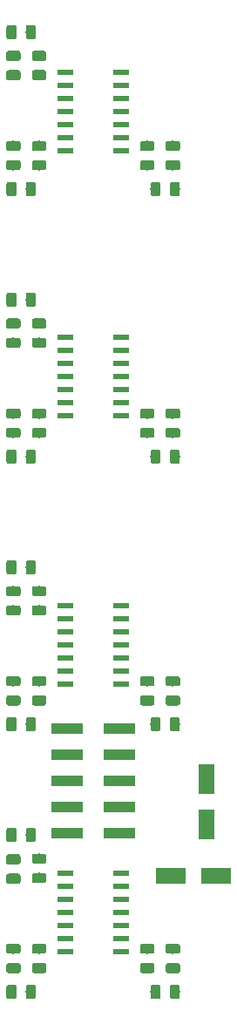
<source format=gbr>
G04 #@! TF.GenerationSoftware,KiCad,Pcbnew,(5.0.0-3-g5ebb6b6)*
G04 #@! TF.CreationDate,2019-01-01T15:12:14-08:00*
G04 #@! TF.ProjectId,BuffMult,427566664D756C742E6B696361645F70,rev?*
G04 #@! TF.SameCoordinates,Original*
G04 #@! TF.FileFunction,Paste,Top*
G04 #@! TF.FilePolarity,Positive*
%FSLAX46Y46*%
G04 Gerber Fmt 4.6, Leading zero omitted, Abs format (unit mm)*
G04 Created by KiCad (PCBNEW (5.0.0-3-g5ebb6b6)) date Tuesday, January 01, 2019 at 03:12:14 PM*
%MOMM*%
%LPD*%
G01*
G04 APERTURE LIST*
%ADD10R,1.600000X3.000000*%
%ADD11C,0.100000*%
%ADD12C,0.975000*%
%ADD13R,1.500000X0.600000*%
%ADD14R,3.150000X1.000000*%
%ADD15R,3.000000X1.600000*%
G04 APERTURE END LIST*
D10*
G04 #@! TO.C,C17*
X124000000Y-140450000D03*
X124000000Y-136050000D03*
G04 #@! TD*
D11*
G04 #@! TO.C,C5*
G36*
X108230142Y-65326174D02*
X108253803Y-65329684D01*
X108277007Y-65335496D01*
X108299529Y-65343554D01*
X108321153Y-65353782D01*
X108341670Y-65366079D01*
X108360883Y-65380329D01*
X108378607Y-65396393D01*
X108394671Y-65414117D01*
X108408921Y-65433330D01*
X108421218Y-65453847D01*
X108431446Y-65475471D01*
X108439504Y-65497993D01*
X108445316Y-65521197D01*
X108448826Y-65544858D01*
X108450000Y-65568750D01*
X108450000Y-66056250D01*
X108448826Y-66080142D01*
X108445316Y-66103803D01*
X108439504Y-66127007D01*
X108431446Y-66149529D01*
X108421218Y-66171153D01*
X108408921Y-66191670D01*
X108394671Y-66210883D01*
X108378607Y-66228607D01*
X108360883Y-66244671D01*
X108341670Y-66258921D01*
X108321153Y-66271218D01*
X108299529Y-66281446D01*
X108277007Y-66289504D01*
X108253803Y-66295316D01*
X108230142Y-66298826D01*
X108206250Y-66300000D01*
X107293750Y-66300000D01*
X107269858Y-66298826D01*
X107246197Y-66295316D01*
X107222993Y-66289504D01*
X107200471Y-66281446D01*
X107178847Y-66271218D01*
X107158330Y-66258921D01*
X107139117Y-66244671D01*
X107121393Y-66228607D01*
X107105329Y-66210883D01*
X107091079Y-66191670D01*
X107078782Y-66171153D01*
X107068554Y-66149529D01*
X107060496Y-66127007D01*
X107054684Y-66103803D01*
X107051174Y-66080142D01*
X107050000Y-66056250D01*
X107050000Y-65568750D01*
X107051174Y-65544858D01*
X107054684Y-65521197D01*
X107060496Y-65497993D01*
X107068554Y-65475471D01*
X107078782Y-65453847D01*
X107091079Y-65433330D01*
X107105329Y-65414117D01*
X107121393Y-65396393D01*
X107139117Y-65380329D01*
X107158330Y-65366079D01*
X107178847Y-65353782D01*
X107200471Y-65343554D01*
X107222993Y-65335496D01*
X107246197Y-65329684D01*
X107269858Y-65326174D01*
X107293750Y-65325000D01*
X108206250Y-65325000D01*
X108230142Y-65326174D01*
X108230142Y-65326174D01*
G37*
D12*
X107750000Y-65812500D03*
D11*
G36*
X108230142Y-67201174D02*
X108253803Y-67204684D01*
X108277007Y-67210496D01*
X108299529Y-67218554D01*
X108321153Y-67228782D01*
X108341670Y-67241079D01*
X108360883Y-67255329D01*
X108378607Y-67271393D01*
X108394671Y-67289117D01*
X108408921Y-67308330D01*
X108421218Y-67328847D01*
X108431446Y-67350471D01*
X108439504Y-67372993D01*
X108445316Y-67396197D01*
X108448826Y-67419858D01*
X108450000Y-67443750D01*
X108450000Y-67931250D01*
X108448826Y-67955142D01*
X108445316Y-67978803D01*
X108439504Y-68002007D01*
X108431446Y-68024529D01*
X108421218Y-68046153D01*
X108408921Y-68066670D01*
X108394671Y-68085883D01*
X108378607Y-68103607D01*
X108360883Y-68119671D01*
X108341670Y-68133921D01*
X108321153Y-68146218D01*
X108299529Y-68156446D01*
X108277007Y-68164504D01*
X108253803Y-68170316D01*
X108230142Y-68173826D01*
X108206250Y-68175000D01*
X107293750Y-68175000D01*
X107269858Y-68173826D01*
X107246197Y-68170316D01*
X107222993Y-68164504D01*
X107200471Y-68156446D01*
X107178847Y-68146218D01*
X107158330Y-68133921D01*
X107139117Y-68119671D01*
X107121393Y-68103607D01*
X107105329Y-68085883D01*
X107091079Y-68066670D01*
X107078782Y-68046153D01*
X107068554Y-68024529D01*
X107060496Y-68002007D01*
X107054684Y-67978803D01*
X107051174Y-67955142D01*
X107050000Y-67931250D01*
X107050000Y-67443750D01*
X107051174Y-67419858D01*
X107054684Y-67396197D01*
X107060496Y-67372993D01*
X107068554Y-67350471D01*
X107078782Y-67328847D01*
X107091079Y-67308330D01*
X107105329Y-67289117D01*
X107121393Y-67271393D01*
X107139117Y-67255329D01*
X107158330Y-67241079D01*
X107178847Y-67228782D01*
X107200471Y-67218554D01*
X107222993Y-67210496D01*
X107246197Y-67204684D01*
X107269858Y-67201174D01*
X107293750Y-67200000D01*
X108206250Y-67200000D01*
X108230142Y-67201174D01*
X108230142Y-67201174D01*
G37*
D12*
X107750000Y-67687500D03*
G04 #@! TD*
D11*
G04 #@! TO.C,C6*
G36*
X108230142Y-93201174D02*
X108253803Y-93204684D01*
X108277007Y-93210496D01*
X108299529Y-93218554D01*
X108321153Y-93228782D01*
X108341670Y-93241079D01*
X108360883Y-93255329D01*
X108378607Y-93271393D01*
X108394671Y-93289117D01*
X108408921Y-93308330D01*
X108421218Y-93328847D01*
X108431446Y-93350471D01*
X108439504Y-93372993D01*
X108445316Y-93396197D01*
X108448826Y-93419858D01*
X108450000Y-93443750D01*
X108450000Y-93931250D01*
X108448826Y-93955142D01*
X108445316Y-93978803D01*
X108439504Y-94002007D01*
X108431446Y-94024529D01*
X108421218Y-94046153D01*
X108408921Y-94066670D01*
X108394671Y-94085883D01*
X108378607Y-94103607D01*
X108360883Y-94119671D01*
X108341670Y-94133921D01*
X108321153Y-94146218D01*
X108299529Y-94156446D01*
X108277007Y-94164504D01*
X108253803Y-94170316D01*
X108230142Y-94173826D01*
X108206250Y-94175000D01*
X107293750Y-94175000D01*
X107269858Y-94173826D01*
X107246197Y-94170316D01*
X107222993Y-94164504D01*
X107200471Y-94156446D01*
X107178847Y-94146218D01*
X107158330Y-94133921D01*
X107139117Y-94119671D01*
X107121393Y-94103607D01*
X107105329Y-94085883D01*
X107091079Y-94066670D01*
X107078782Y-94046153D01*
X107068554Y-94024529D01*
X107060496Y-94002007D01*
X107054684Y-93978803D01*
X107051174Y-93955142D01*
X107050000Y-93931250D01*
X107050000Y-93443750D01*
X107051174Y-93419858D01*
X107054684Y-93396197D01*
X107060496Y-93372993D01*
X107068554Y-93350471D01*
X107078782Y-93328847D01*
X107091079Y-93308330D01*
X107105329Y-93289117D01*
X107121393Y-93271393D01*
X107139117Y-93255329D01*
X107158330Y-93241079D01*
X107178847Y-93228782D01*
X107200471Y-93218554D01*
X107222993Y-93210496D01*
X107246197Y-93204684D01*
X107269858Y-93201174D01*
X107293750Y-93200000D01*
X108206250Y-93200000D01*
X108230142Y-93201174D01*
X108230142Y-93201174D01*
G37*
D12*
X107750000Y-93687500D03*
D11*
G36*
X108230142Y-91326174D02*
X108253803Y-91329684D01*
X108277007Y-91335496D01*
X108299529Y-91343554D01*
X108321153Y-91353782D01*
X108341670Y-91366079D01*
X108360883Y-91380329D01*
X108378607Y-91396393D01*
X108394671Y-91414117D01*
X108408921Y-91433330D01*
X108421218Y-91453847D01*
X108431446Y-91475471D01*
X108439504Y-91497993D01*
X108445316Y-91521197D01*
X108448826Y-91544858D01*
X108450000Y-91568750D01*
X108450000Y-92056250D01*
X108448826Y-92080142D01*
X108445316Y-92103803D01*
X108439504Y-92127007D01*
X108431446Y-92149529D01*
X108421218Y-92171153D01*
X108408921Y-92191670D01*
X108394671Y-92210883D01*
X108378607Y-92228607D01*
X108360883Y-92244671D01*
X108341670Y-92258921D01*
X108321153Y-92271218D01*
X108299529Y-92281446D01*
X108277007Y-92289504D01*
X108253803Y-92295316D01*
X108230142Y-92298826D01*
X108206250Y-92300000D01*
X107293750Y-92300000D01*
X107269858Y-92298826D01*
X107246197Y-92295316D01*
X107222993Y-92289504D01*
X107200471Y-92281446D01*
X107178847Y-92271218D01*
X107158330Y-92258921D01*
X107139117Y-92244671D01*
X107121393Y-92228607D01*
X107105329Y-92210883D01*
X107091079Y-92191670D01*
X107078782Y-92171153D01*
X107068554Y-92149529D01*
X107060496Y-92127007D01*
X107054684Y-92103803D01*
X107051174Y-92080142D01*
X107050000Y-92056250D01*
X107050000Y-91568750D01*
X107051174Y-91544858D01*
X107054684Y-91521197D01*
X107060496Y-91497993D01*
X107068554Y-91475471D01*
X107078782Y-91453847D01*
X107091079Y-91433330D01*
X107105329Y-91414117D01*
X107121393Y-91396393D01*
X107139117Y-91380329D01*
X107158330Y-91366079D01*
X107178847Y-91353782D01*
X107200471Y-91343554D01*
X107222993Y-91335496D01*
X107246197Y-91329684D01*
X107269858Y-91326174D01*
X107293750Y-91325000D01*
X108206250Y-91325000D01*
X108230142Y-91326174D01*
X108230142Y-91326174D01*
G37*
D12*
X107750000Y-91812500D03*
G04 #@! TD*
D11*
G04 #@! TO.C,C7*
G36*
X108230142Y-119201174D02*
X108253803Y-119204684D01*
X108277007Y-119210496D01*
X108299529Y-119218554D01*
X108321153Y-119228782D01*
X108341670Y-119241079D01*
X108360883Y-119255329D01*
X108378607Y-119271393D01*
X108394671Y-119289117D01*
X108408921Y-119308330D01*
X108421218Y-119328847D01*
X108431446Y-119350471D01*
X108439504Y-119372993D01*
X108445316Y-119396197D01*
X108448826Y-119419858D01*
X108450000Y-119443750D01*
X108450000Y-119931250D01*
X108448826Y-119955142D01*
X108445316Y-119978803D01*
X108439504Y-120002007D01*
X108431446Y-120024529D01*
X108421218Y-120046153D01*
X108408921Y-120066670D01*
X108394671Y-120085883D01*
X108378607Y-120103607D01*
X108360883Y-120119671D01*
X108341670Y-120133921D01*
X108321153Y-120146218D01*
X108299529Y-120156446D01*
X108277007Y-120164504D01*
X108253803Y-120170316D01*
X108230142Y-120173826D01*
X108206250Y-120175000D01*
X107293750Y-120175000D01*
X107269858Y-120173826D01*
X107246197Y-120170316D01*
X107222993Y-120164504D01*
X107200471Y-120156446D01*
X107178847Y-120146218D01*
X107158330Y-120133921D01*
X107139117Y-120119671D01*
X107121393Y-120103607D01*
X107105329Y-120085883D01*
X107091079Y-120066670D01*
X107078782Y-120046153D01*
X107068554Y-120024529D01*
X107060496Y-120002007D01*
X107054684Y-119978803D01*
X107051174Y-119955142D01*
X107050000Y-119931250D01*
X107050000Y-119443750D01*
X107051174Y-119419858D01*
X107054684Y-119396197D01*
X107060496Y-119372993D01*
X107068554Y-119350471D01*
X107078782Y-119328847D01*
X107091079Y-119308330D01*
X107105329Y-119289117D01*
X107121393Y-119271393D01*
X107139117Y-119255329D01*
X107158330Y-119241079D01*
X107178847Y-119228782D01*
X107200471Y-119218554D01*
X107222993Y-119210496D01*
X107246197Y-119204684D01*
X107269858Y-119201174D01*
X107293750Y-119200000D01*
X108206250Y-119200000D01*
X108230142Y-119201174D01*
X108230142Y-119201174D01*
G37*
D12*
X107750000Y-119687500D03*
D11*
G36*
X108230142Y-117326174D02*
X108253803Y-117329684D01*
X108277007Y-117335496D01*
X108299529Y-117343554D01*
X108321153Y-117353782D01*
X108341670Y-117366079D01*
X108360883Y-117380329D01*
X108378607Y-117396393D01*
X108394671Y-117414117D01*
X108408921Y-117433330D01*
X108421218Y-117453847D01*
X108431446Y-117475471D01*
X108439504Y-117497993D01*
X108445316Y-117521197D01*
X108448826Y-117544858D01*
X108450000Y-117568750D01*
X108450000Y-118056250D01*
X108448826Y-118080142D01*
X108445316Y-118103803D01*
X108439504Y-118127007D01*
X108431446Y-118149529D01*
X108421218Y-118171153D01*
X108408921Y-118191670D01*
X108394671Y-118210883D01*
X108378607Y-118228607D01*
X108360883Y-118244671D01*
X108341670Y-118258921D01*
X108321153Y-118271218D01*
X108299529Y-118281446D01*
X108277007Y-118289504D01*
X108253803Y-118295316D01*
X108230142Y-118298826D01*
X108206250Y-118300000D01*
X107293750Y-118300000D01*
X107269858Y-118298826D01*
X107246197Y-118295316D01*
X107222993Y-118289504D01*
X107200471Y-118281446D01*
X107178847Y-118271218D01*
X107158330Y-118258921D01*
X107139117Y-118244671D01*
X107121393Y-118228607D01*
X107105329Y-118210883D01*
X107091079Y-118191670D01*
X107078782Y-118171153D01*
X107068554Y-118149529D01*
X107060496Y-118127007D01*
X107054684Y-118103803D01*
X107051174Y-118080142D01*
X107050000Y-118056250D01*
X107050000Y-117568750D01*
X107051174Y-117544858D01*
X107054684Y-117521197D01*
X107060496Y-117497993D01*
X107068554Y-117475471D01*
X107078782Y-117453847D01*
X107091079Y-117433330D01*
X107105329Y-117414117D01*
X107121393Y-117396393D01*
X107139117Y-117380329D01*
X107158330Y-117366079D01*
X107178847Y-117353782D01*
X107200471Y-117343554D01*
X107222993Y-117335496D01*
X107246197Y-117329684D01*
X107269858Y-117326174D01*
X107293750Y-117325000D01*
X108206250Y-117325000D01*
X108230142Y-117326174D01*
X108230142Y-117326174D01*
G37*
D12*
X107750000Y-117812500D03*
G04 #@! TD*
D11*
G04 #@! TO.C,C9*
G36*
X118730142Y-74076174D02*
X118753803Y-74079684D01*
X118777007Y-74085496D01*
X118799529Y-74093554D01*
X118821153Y-74103782D01*
X118841670Y-74116079D01*
X118860883Y-74130329D01*
X118878607Y-74146393D01*
X118894671Y-74164117D01*
X118908921Y-74183330D01*
X118921218Y-74203847D01*
X118931446Y-74225471D01*
X118939504Y-74247993D01*
X118945316Y-74271197D01*
X118948826Y-74294858D01*
X118950000Y-74318750D01*
X118950000Y-74806250D01*
X118948826Y-74830142D01*
X118945316Y-74853803D01*
X118939504Y-74877007D01*
X118931446Y-74899529D01*
X118921218Y-74921153D01*
X118908921Y-74941670D01*
X118894671Y-74960883D01*
X118878607Y-74978607D01*
X118860883Y-74994671D01*
X118841670Y-75008921D01*
X118821153Y-75021218D01*
X118799529Y-75031446D01*
X118777007Y-75039504D01*
X118753803Y-75045316D01*
X118730142Y-75048826D01*
X118706250Y-75050000D01*
X117793750Y-75050000D01*
X117769858Y-75048826D01*
X117746197Y-75045316D01*
X117722993Y-75039504D01*
X117700471Y-75031446D01*
X117678847Y-75021218D01*
X117658330Y-75008921D01*
X117639117Y-74994671D01*
X117621393Y-74978607D01*
X117605329Y-74960883D01*
X117591079Y-74941670D01*
X117578782Y-74921153D01*
X117568554Y-74899529D01*
X117560496Y-74877007D01*
X117554684Y-74853803D01*
X117551174Y-74830142D01*
X117550000Y-74806250D01*
X117550000Y-74318750D01*
X117551174Y-74294858D01*
X117554684Y-74271197D01*
X117560496Y-74247993D01*
X117568554Y-74225471D01*
X117578782Y-74203847D01*
X117591079Y-74183330D01*
X117605329Y-74164117D01*
X117621393Y-74146393D01*
X117639117Y-74130329D01*
X117658330Y-74116079D01*
X117678847Y-74103782D01*
X117700471Y-74093554D01*
X117722993Y-74085496D01*
X117746197Y-74079684D01*
X117769858Y-74076174D01*
X117793750Y-74075000D01*
X118706250Y-74075000D01*
X118730142Y-74076174D01*
X118730142Y-74076174D01*
G37*
D12*
X118250000Y-74562500D03*
D11*
G36*
X118730142Y-75951174D02*
X118753803Y-75954684D01*
X118777007Y-75960496D01*
X118799529Y-75968554D01*
X118821153Y-75978782D01*
X118841670Y-75991079D01*
X118860883Y-76005329D01*
X118878607Y-76021393D01*
X118894671Y-76039117D01*
X118908921Y-76058330D01*
X118921218Y-76078847D01*
X118931446Y-76100471D01*
X118939504Y-76122993D01*
X118945316Y-76146197D01*
X118948826Y-76169858D01*
X118950000Y-76193750D01*
X118950000Y-76681250D01*
X118948826Y-76705142D01*
X118945316Y-76728803D01*
X118939504Y-76752007D01*
X118931446Y-76774529D01*
X118921218Y-76796153D01*
X118908921Y-76816670D01*
X118894671Y-76835883D01*
X118878607Y-76853607D01*
X118860883Y-76869671D01*
X118841670Y-76883921D01*
X118821153Y-76896218D01*
X118799529Y-76906446D01*
X118777007Y-76914504D01*
X118753803Y-76920316D01*
X118730142Y-76923826D01*
X118706250Y-76925000D01*
X117793750Y-76925000D01*
X117769858Y-76923826D01*
X117746197Y-76920316D01*
X117722993Y-76914504D01*
X117700471Y-76906446D01*
X117678847Y-76896218D01*
X117658330Y-76883921D01*
X117639117Y-76869671D01*
X117621393Y-76853607D01*
X117605329Y-76835883D01*
X117591079Y-76816670D01*
X117578782Y-76796153D01*
X117568554Y-76774529D01*
X117560496Y-76752007D01*
X117554684Y-76728803D01*
X117551174Y-76705142D01*
X117550000Y-76681250D01*
X117550000Y-76193750D01*
X117551174Y-76169858D01*
X117554684Y-76146197D01*
X117560496Y-76122993D01*
X117568554Y-76100471D01*
X117578782Y-76078847D01*
X117591079Y-76058330D01*
X117605329Y-76039117D01*
X117621393Y-76021393D01*
X117639117Y-76005329D01*
X117658330Y-75991079D01*
X117678847Y-75978782D01*
X117700471Y-75968554D01*
X117722993Y-75960496D01*
X117746197Y-75954684D01*
X117769858Y-75951174D01*
X117793750Y-75950000D01*
X118706250Y-75950000D01*
X118730142Y-75951174D01*
X118730142Y-75951174D01*
G37*
D12*
X118250000Y-76437500D03*
G04 #@! TD*
D11*
G04 #@! TO.C,C10*
G36*
X118730142Y-101951174D02*
X118753803Y-101954684D01*
X118777007Y-101960496D01*
X118799529Y-101968554D01*
X118821153Y-101978782D01*
X118841670Y-101991079D01*
X118860883Y-102005329D01*
X118878607Y-102021393D01*
X118894671Y-102039117D01*
X118908921Y-102058330D01*
X118921218Y-102078847D01*
X118931446Y-102100471D01*
X118939504Y-102122993D01*
X118945316Y-102146197D01*
X118948826Y-102169858D01*
X118950000Y-102193750D01*
X118950000Y-102681250D01*
X118948826Y-102705142D01*
X118945316Y-102728803D01*
X118939504Y-102752007D01*
X118931446Y-102774529D01*
X118921218Y-102796153D01*
X118908921Y-102816670D01*
X118894671Y-102835883D01*
X118878607Y-102853607D01*
X118860883Y-102869671D01*
X118841670Y-102883921D01*
X118821153Y-102896218D01*
X118799529Y-102906446D01*
X118777007Y-102914504D01*
X118753803Y-102920316D01*
X118730142Y-102923826D01*
X118706250Y-102925000D01*
X117793750Y-102925000D01*
X117769858Y-102923826D01*
X117746197Y-102920316D01*
X117722993Y-102914504D01*
X117700471Y-102906446D01*
X117678847Y-102896218D01*
X117658330Y-102883921D01*
X117639117Y-102869671D01*
X117621393Y-102853607D01*
X117605329Y-102835883D01*
X117591079Y-102816670D01*
X117578782Y-102796153D01*
X117568554Y-102774529D01*
X117560496Y-102752007D01*
X117554684Y-102728803D01*
X117551174Y-102705142D01*
X117550000Y-102681250D01*
X117550000Y-102193750D01*
X117551174Y-102169858D01*
X117554684Y-102146197D01*
X117560496Y-102122993D01*
X117568554Y-102100471D01*
X117578782Y-102078847D01*
X117591079Y-102058330D01*
X117605329Y-102039117D01*
X117621393Y-102021393D01*
X117639117Y-102005329D01*
X117658330Y-101991079D01*
X117678847Y-101978782D01*
X117700471Y-101968554D01*
X117722993Y-101960496D01*
X117746197Y-101954684D01*
X117769858Y-101951174D01*
X117793750Y-101950000D01*
X118706250Y-101950000D01*
X118730142Y-101951174D01*
X118730142Y-101951174D01*
G37*
D12*
X118250000Y-102437500D03*
D11*
G36*
X118730142Y-100076174D02*
X118753803Y-100079684D01*
X118777007Y-100085496D01*
X118799529Y-100093554D01*
X118821153Y-100103782D01*
X118841670Y-100116079D01*
X118860883Y-100130329D01*
X118878607Y-100146393D01*
X118894671Y-100164117D01*
X118908921Y-100183330D01*
X118921218Y-100203847D01*
X118931446Y-100225471D01*
X118939504Y-100247993D01*
X118945316Y-100271197D01*
X118948826Y-100294858D01*
X118950000Y-100318750D01*
X118950000Y-100806250D01*
X118948826Y-100830142D01*
X118945316Y-100853803D01*
X118939504Y-100877007D01*
X118931446Y-100899529D01*
X118921218Y-100921153D01*
X118908921Y-100941670D01*
X118894671Y-100960883D01*
X118878607Y-100978607D01*
X118860883Y-100994671D01*
X118841670Y-101008921D01*
X118821153Y-101021218D01*
X118799529Y-101031446D01*
X118777007Y-101039504D01*
X118753803Y-101045316D01*
X118730142Y-101048826D01*
X118706250Y-101050000D01*
X117793750Y-101050000D01*
X117769858Y-101048826D01*
X117746197Y-101045316D01*
X117722993Y-101039504D01*
X117700471Y-101031446D01*
X117678847Y-101021218D01*
X117658330Y-101008921D01*
X117639117Y-100994671D01*
X117621393Y-100978607D01*
X117605329Y-100960883D01*
X117591079Y-100941670D01*
X117578782Y-100921153D01*
X117568554Y-100899529D01*
X117560496Y-100877007D01*
X117554684Y-100853803D01*
X117551174Y-100830142D01*
X117550000Y-100806250D01*
X117550000Y-100318750D01*
X117551174Y-100294858D01*
X117554684Y-100271197D01*
X117560496Y-100247993D01*
X117568554Y-100225471D01*
X117578782Y-100203847D01*
X117591079Y-100183330D01*
X117605329Y-100164117D01*
X117621393Y-100146393D01*
X117639117Y-100130329D01*
X117658330Y-100116079D01*
X117678847Y-100103782D01*
X117700471Y-100093554D01*
X117722993Y-100085496D01*
X117746197Y-100079684D01*
X117769858Y-100076174D01*
X117793750Y-100075000D01*
X118706250Y-100075000D01*
X118730142Y-100076174D01*
X118730142Y-100076174D01*
G37*
D12*
X118250000Y-100562500D03*
G04 #@! TD*
D11*
G04 #@! TO.C,C11*
G36*
X118730142Y-127951174D02*
X118753803Y-127954684D01*
X118777007Y-127960496D01*
X118799529Y-127968554D01*
X118821153Y-127978782D01*
X118841670Y-127991079D01*
X118860883Y-128005329D01*
X118878607Y-128021393D01*
X118894671Y-128039117D01*
X118908921Y-128058330D01*
X118921218Y-128078847D01*
X118931446Y-128100471D01*
X118939504Y-128122993D01*
X118945316Y-128146197D01*
X118948826Y-128169858D01*
X118950000Y-128193750D01*
X118950000Y-128681250D01*
X118948826Y-128705142D01*
X118945316Y-128728803D01*
X118939504Y-128752007D01*
X118931446Y-128774529D01*
X118921218Y-128796153D01*
X118908921Y-128816670D01*
X118894671Y-128835883D01*
X118878607Y-128853607D01*
X118860883Y-128869671D01*
X118841670Y-128883921D01*
X118821153Y-128896218D01*
X118799529Y-128906446D01*
X118777007Y-128914504D01*
X118753803Y-128920316D01*
X118730142Y-128923826D01*
X118706250Y-128925000D01*
X117793750Y-128925000D01*
X117769858Y-128923826D01*
X117746197Y-128920316D01*
X117722993Y-128914504D01*
X117700471Y-128906446D01*
X117678847Y-128896218D01*
X117658330Y-128883921D01*
X117639117Y-128869671D01*
X117621393Y-128853607D01*
X117605329Y-128835883D01*
X117591079Y-128816670D01*
X117578782Y-128796153D01*
X117568554Y-128774529D01*
X117560496Y-128752007D01*
X117554684Y-128728803D01*
X117551174Y-128705142D01*
X117550000Y-128681250D01*
X117550000Y-128193750D01*
X117551174Y-128169858D01*
X117554684Y-128146197D01*
X117560496Y-128122993D01*
X117568554Y-128100471D01*
X117578782Y-128078847D01*
X117591079Y-128058330D01*
X117605329Y-128039117D01*
X117621393Y-128021393D01*
X117639117Y-128005329D01*
X117658330Y-127991079D01*
X117678847Y-127978782D01*
X117700471Y-127968554D01*
X117722993Y-127960496D01*
X117746197Y-127954684D01*
X117769858Y-127951174D01*
X117793750Y-127950000D01*
X118706250Y-127950000D01*
X118730142Y-127951174D01*
X118730142Y-127951174D01*
G37*
D12*
X118250000Y-128437500D03*
D11*
G36*
X118730142Y-126076174D02*
X118753803Y-126079684D01*
X118777007Y-126085496D01*
X118799529Y-126093554D01*
X118821153Y-126103782D01*
X118841670Y-126116079D01*
X118860883Y-126130329D01*
X118878607Y-126146393D01*
X118894671Y-126164117D01*
X118908921Y-126183330D01*
X118921218Y-126203847D01*
X118931446Y-126225471D01*
X118939504Y-126247993D01*
X118945316Y-126271197D01*
X118948826Y-126294858D01*
X118950000Y-126318750D01*
X118950000Y-126806250D01*
X118948826Y-126830142D01*
X118945316Y-126853803D01*
X118939504Y-126877007D01*
X118931446Y-126899529D01*
X118921218Y-126921153D01*
X118908921Y-126941670D01*
X118894671Y-126960883D01*
X118878607Y-126978607D01*
X118860883Y-126994671D01*
X118841670Y-127008921D01*
X118821153Y-127021218D01*
X118799529Y-127031446D01*
X118777007Y-127039504D01*
X118753803Y-127045316D01*
X118730142Y-127048826D01*
X118706250Y-127050000D01*
X117793750Y-127050000D01*
X117769858Y-127048826D01*
X117746197Y-127045316D01*
X117722993Y-127039504D01*
X117700471Y-127031446D01*
X117678847Y-127021218D01*
X117658330Y-127008921D01*
X117639117Y-126994671D01*
X117621393Y-126978607D01*
X117605329Y-126960883D01*
X117591079Y-126941670D01*
X117578782Y-126921153D01*
X117568554Y-126899529D01*
X117560496Y-126877007D01*
X117554684Y-126853803D01*
X117551174Y-126830142D01*
X117550000Y-126806250D01*
X117550000Y-126318750D01*
X117551174Y-126294858D01*
X117554684Y-126271197D01*
X117560496Y-126247993D01*
X117568554Y-126225471D01*
X117578782Y-126203847D01*
X117591079Y-126183330D01*
X117605329Y-126164117D01*
X117621393Y-126146393D01*
X117639117Y-126130329D01*
X117658330Y-126116079D01*
X117678847Y-126103782D01*
X117700471Y-126093554D01*
X117722993Y-126085496D01*
X117746197Y-126079684D01*
X117769858Y-126076174D01*
X117793750Y-126075000D01*
X118706250Y-126075000D01*
X118730142Y-126076174D01*
X118730142Y-126076174D01*
G37*
D12*
X118250000Y-126562500D03*
G04 #@! TD*
D11*
G04 #@! TO.C,C13*
G36*
X108230142Y-75951174D02*
X108253803Y-75954684D01*
X108277007Y-75960496D01*
X108299529Y-75968554D01*
X108321153Y-75978782D01*
X108341670Y-75991079D01*
X108360883Y-76005329D01*
X108378607Y-76021393D01*
X108394671Y-76039117D01*
X108408921Y-76058330D01*
X108421218Y-76078847D01*
X108431446Y-76100471D01*
X108439504Y-76122993D01*
X108445316Y-76146197D01*
X108448826Y-76169858D01*
X108450000Y-76193750D01*
X108450000Y-76681250D01*
X108448826Y-76705142D01*
X108445316Y-76728803D01*
X108439504Y-76752007D01*
X108431446Y-76774529D01*
X108421218Y-76796153D01*
X108408921Y-76816670D01*
X108394671Y-76835883D01*
X108378607Y-76853607D01*
X108360883Y-76869671D01*
X108341670Y-76883921D01*
X108321153Y-76896218D01*
X108299529Y-76906446D01*
X108277007Y-76914504D01*
X108253803Y-76920316D01*
X108230142Y-76923826D01*
X108206250Y-76925000D01*
X107293750Y-76925000D01*
X107269858Y-76923826D01*
X107246197Y-76920316D01*
X107222993Y-76914504D01*
X107200471Y-76906446D01*
X107178847Y-76896218D01*
X107158330Y-76883921D01*
X107139117Y-76869671D01*
X107121393Y-76853607D01*
X107105329Y-76835883D01*
X107091079Y-76816670D01*
X107078782Y-76796153D01*
X107068554Y-76774529D01*
X107060496Y-76752007D01*
X107054684Y-76728803D01*
X107051174Y-76705142D01*
X107050000Y-76681250D01*
X107050000Y-76193750D01*
X107051174Y-76169858D01*
X107054684Y-76146197D01*
X107060496Y-76122993D01*
X107068554Y-76100471D01*
X107078782Y-76078847D01*
X107091079Y-76058330D01*
X107105329Y-76039117D01*
X107121393Y-76021393D01*
X107139117Y-76005329D01*
X107158330Y-75991079D01*
X107178847Y-75978782D01*
X107200471Y-75968554D01*
X107222993Y-75960496D01*
X107246197Y-75954684D01*
X107269858Y-75951174D01*
X107293750Y-75950000D01*
X108206250Y-75950000D01*
X108230142Y-75951174D01*
X108230142Y-75951174D01*
G37*
D12*
X107750000Y-76437500D03*
D11*
G36*
X108230142Y-74076174D02*
X108253803Y-74079684D01*
X108277007Y-74085496D01*
X108299529Y-74093554D01*
X108321153Y-74103782D01*
X108341670Y-74116079D01*
X108360883Y-74130329D01*
X108378607Y-74146393D01*
X108394671Y-74164117D01*
X108408921Y-74183330D01*
X108421218Y-74203847D01*
X108431446Y-74225471D01*
X108439504Y-74247993D01*
X108445316Y-74271197D01*
X108448826Y-74294858D01*
X108450000Y-74318750D01*
X108450000Y-74806250D01*
X108448826Y-74830142D01*
X108445316Y-74853803D01*
X108439504Y-74877007D01*
X108431446Y-74899529D01*
X108421218Y-74921153D01*
X108408921Y-74941670D01*
X108394671Y-74960883D01*
X108378607Y-74978607D01*
X108360883Y-74994671D01*
X108341670Y-75008921D01*
X108321153Y-75021218D01*
X108299529Y-75031446D01*
X108277007Y-75039504D01*
X108253803Y-75045316D01*
X108230142Y-75048826D01*
X108206250Y-75050000D01*
X107293750Y-75050000D01*
X107269858Y-75048826D01*
X107246197Y-75045316D01*
X107222993Y-75039504D01*
X107200471Y-75031446D01*
X107178847Y-75021218D01*
X107158330Y-75008921D01*
X107139117Y-74994671D01*
X107121393Y-74978607D01*
X107105329Y-74960883D01*
X107091079Y-74941670D01*
X107078782Y-74921153D01*
X107068554Y-74899529D01*
X107060496Y-74877007D01*
X107054684Y-74853803D01*
X107051174Y-74830142D01*
X107050000Y-74806250D01*
X107050000Y-74318750D01*
X107051174Y-74294858D01*
X107054684Y-74271197D01*
X107060496Y-74247993D01*
X107068554Y-74225471D01*
X107078782Y-74203847D01*
X107091079Y-74183330D01*
X107105329Y-74164117D01*
X107121393Y-74146393D01*
X107139117Y-74130329D01*
X107158330Y-74116079D01*
X107178847Y-74103782D01*
X107200471Y-74093554D01*
X107222993Y-74085496D01*
X107246197Y-74079684D01*
X107269858Y-74076174D01*
X107293750Y-74075000D01*
X108206250Y-74075000D01*
X108230142Y-74076174D01*
X108230142Y-74076174D01*
G37*
D12*
X107750000Y-74562500D03*
G04 #@! TD*
D11*
G04 #@! TO.C,C14*
G36*
X108230142Y-100076174D02*
X108253803Y-100079684D01*
X108277007Y-100085496D01*
X108299529Y-100093554D01*
X108321153Y-100103782D01*
X108341670Y-100116079D01*
X108360883Y-100130329D01*
X108378607Y-100146393D01*
X108394671Y-100164117D01*
X108408921Y-100183330D01*
X108421218Y-100203847D01*
X108431446Y-100225471D01*
X108439504Y-100247993D01*
X108445316Y-100271197D01*
X108448826Y-100294858D01*
X108450000Y-100318750D01*
X108450000Y-100806250D01*
X108448826Y-100830142D01*
X108445316Y-100853803D01*
X108439504Y-100877007D01*
X108431446Y-100899529D01*
X108421218Y-100921153D01*
X108408921Y-100941670D01*
X108394671Y-100960883D01*
X108378607Y-100978607D01*
X108360883Y-100994671D01*
X108341670Y-101008921D01*
X108321153Y-101021218D01*
X108299529Y-101031446D01*
X108277007Y-101039504D01*
X108253803Y-101045316D01*
X108230142Y-101048826D01*
X108206250Y-101050000D01*
X107293750Y-101050000D01*
X107269858Y-101048826D01*
X107246197Y-101045316D01*
X107222993Y-101039504D01*
X107200471Y-101031446D01*
X107178847Y-101021218D01*
X107158330Y-101008921D01*
X107139117Y-100994671D01*
X107121393Y-100978607D01*
X107105329Y-100960883D01*
X107091079Y-100941670D01*
X107078782Y-100921153D01*
X107068554Y-100899529D01*
X107060496Y-100877007D01*
X107054684Y-100853803D01*
X107051174Y-100830142D01*
X107050000Y-100806250D01*
X107050000Y-100318750D01*
X107051174Y-100294858D01*
X107054684Y-100271197D01*
X107060496Y-100247993D01*
X107068554Y-100225471D01*
X107078782Y-100203847D01*
X107091079Y-100183330D01*
X107105329Y-100164117D01*
X107121393Y-100146393D01*
X107139117Y-100130329D01*
X107158330Y-100116079D01*
X107178847Y-100103782D01*
X107200471Y-100093554D01*
X107222993Y-100085496D01*
X107246197Y-100079684D01*
X107269858Y-100076174D01*
X107293750Y-100075000D01*
X108206250Y-100075000D01*
X108230142Y-100076174D01*
X108230142Y-100076174D01*
G37*
D12*
X107750000Y-100562500D03*
D11*
G36*
X108230142Y-101951174D02*
X108253803Y-101954684D01*
X108277007Y-101960496D01*
X108299529Y-101968554D01*
X108321153Y-101978782D01*
X108341670Y-101991079D01*
X108360883Y-102005329D01*
X108378607Y-102021393D01*
X108394671Y-102039117D01*
X108408921Y-102058330D01*
X108421218Y-102078847D01*
X108431446Y-102100471D01*
X108439504Y-102122993D01*
X108445316Y-102146197D01*
X108448826Y-102169858D01*
X108450000Y-102193750D01*
X108450000Y-102681250D01*
X108448826Y-102705142D01*
X108445316Y-102728803D01*
X108439504Y-102752007D01*
X108431446Y-102774529D01*
X108421218Y-102796153D01*
X108408921Y-102816670D01*
X108394671Y-102835883D01*
X108378607Y-102853607D01*
X108360883Y-102869671D01*
X108341670Y-102883921D01*
X108321153Y-102896218D01*
X108299529Y-102906446D01*
X108277007Y-102914504D01*
X108253803Y-102920316D01*
X108230142Y-102923826D01*
X108206250Y-102925000D01*
X107293750Y-102925000D01*
X107269858Y-102923826D01*
X107246197Y-102920316D01*
X107222993Y-102914504D01*
X107200471Y-102906446D01*
X107178847Y-102896218D01*
X107158330Y-102883921D01*
X107139117Y-102869671D01*
X107121393Y-102853607D01*
X107105329Y-102835883D01*
X107091079Y-102816670D01*
X107078782Y-102796153D01*
X107068554Y-102774529D01*
X107060496Y-102752007D01*
X107054684Y-102728803D01*
X107051174Y-102705142D01*
X107050000Y-102681250D01*
X107050000Y-102193750D01*
X107051174Y-102169858D01*
X107054684Y-102146197D01*
X107060496Y-102122993D01*
X107068554Y-102100471D01*
X107078782Y-102078847D01*
X107091079Y-102058330D01*
X107105329Y-102039117D01*
X107121393Y-102021393D01*
X107139117Y-102005329D01*
X107158330Y-101991079D01*
X107178847Y-101978782D01*
X107200471Y-101968554D01*
X107222993Y-101960496D01*
X107246197Y-101954684D01*
X107269858Y-101951174D01*
X107293750Y-101950000D01*
X108206250Y-101950000D01*
X108230142Y-101951174D01*
X108230142Y-101951174D01*
G37*
D12*
X107750000Y-102437500D03*
G04 #@! TD*
D11*
G04 #@! TO.C,C15*
G36*
X108230142Y-126076174D02*
X108253803Y-126079684D01*
X108277007Y-126085496D01*
X108299529Y-126093554D01*
X108321153Y-126103782D01*
X108341670Y-126116079D01*
X108360883Y-126130329D01*
X108378607Y-126146393D01*
X108394671Y-126164117D01*
X108408921Y-126183330D01*
X108421218Y-126203847D01*
X108431446Y-126225471D01*
X108439504Y-126247993D01*
X108445316Y-126271197D01*
X108448826Y-126294858D01*
X108450000Y-126318750D01*
X108450000Y-126806250D01*
X108448826Y-126830142D01*
X108445316Y-126853803D01*
X108439504Y-126877007D01*
X108431446Y-126899529D01*
X108421218Y-126921153D01*
X108408921Y-126941670D01*
X108394671Y-126960883D01*
X108378607Y-126978607D01*
X108360883Y-126994671D01*
X108341670Y-127008921D01*
X108321153Y-127021218D01*
X108299529Y-127031446D01*
X108277007Y-127039504D01*
X108253803Y-127045316D01*
X108230142Y-127048826D01*
X108206250Y-127050000D01*
X107293750Y-127050000D01*
X107269858Y-127048826D01*
X107246197Y-127045316D01*
X107222993Y-127039504D01*
X107200471Y-127031446D01*
X107178847Y-127021218D01*
X107158330Y-127008921D01*
X107139117Y-126994671D01*
X107121393Y-126978607D01*
X107105329Y-126960883D01*
X107091079Y-126941670D01*
X107078782Y-126921153D01*
X107068554Y-126899529D01*
X107060496Y-126877007D01*
X107054684Y-126853803D01*
X107051174Y-126830142D01*
X107050000Y-126806250D01*
X107050000Y-126318750D01*
X107051174Y-126294858D01*
X107054684Y-126271197D01*
X107060496Y-126247993D01*
X107068554Y-126225471D01*
X107078782Y-126203847D01*
X107091079Y-126183330D01*
X107105329Y-126164117D01*
X107121393Y-126146393D01*
X107139117Y-126130329D01*
X107158330Y-126116079D01*
X107178847Y-126103782D01*
X107200471Y-126093554D01*
X107222993Y-126085496D01*
X107246197Y-126079684D01*
X107269858Y-126076174D01*
X107293750Y-126075000D01*
X108206250Y-126075000D01*
X108230142Y-126076174D01*
X108230142Y-126076174D01*
G37*
D12*
X107750000Y-126562500D03*
D11*
G36*
X108230142Y-127951174D02*
X108253803Y-127954684D01*
X108277007Y-127960496D01*
X108299529Y-127968554D01*
X108321153Y-127978782D01*
X108341670Y-127991079D01*
X108360883Y-128005329D01*
X108378607Y-128021393D01*
X108394671Y-128039117D01*
X108408921Y-128058330D01*
X108421218Y-128078847D01*
X108431446Y-128100471D01*
X108439504Y-128122993D01*
X108445316Y-128146197D01*
X108448826Y-128169858D01*
X108450000Y-128193750D01*
X108450000Y-128681250D01*
X108448826Y-128705142D01*
X108445316Y-128728803D01*
X108439504Y-128752007D01*
X108431446Y-128774529D01*
X108421218Y-128796153D01*
X108408921Y-128816670D01*
X108394671Y-128835883D01*
X108378607Y-128853607D01*
X108360883Y-128869671D01*
X108341670Y-128883921D01*
X108321153Y-128896218D01*
X108299529Y-128906446D01*
X108277007Y-128914504D01*
X108253803Y-128920316D01*
X108230142Y-128923826D01*
X108206250Y-128925000D01*
X107293750Y-128925000D01*
X107269858Y-128923826D01*
X107246197Y-128920316D01*
X107222993Y-128914504D01*
X107200471Y-128906446D01*
X107178847Y-128896218D01*
X107158330Y-128883921D01*
X107139117Y-128869671D01*
X107121393Y-128853607D01*
X107105329Y-128835883D01*
X107091079Y-128816670D01*
X107078782Y-128796153D01*
X107068554Y-128774529D01*
X107060496Y-128752007D01*
X107054684Y-128728803D01*
X107051174Y-128705142D01*
X107050000Y-128681250D01*
X107050000Y-128193750D01*
X107051174Y-128169858D01*
X107054684Y-128146197D01*
X107060496Y-128122993D01*
X107068554Y-128100471D01*
X107078782Y-128078847D01*
X107091079Y-128058330D01*
X107105329Y-128039117D01*
X107121393Y-128021393D01*
X107139117Y-128005329D01*
X107158330Y-127991079D01*
X107178847Y-127978782D01*
X107200471Y-127968554D01*
X107222993Y-127960496D01*
X107246197Y-127954684D01*
X107269858Y-127951174D01*
X107293750Y-127950000D01*
X108206250Y-127950000D01*
X108230142Y-127951174D01*
X108230142Y-127951174D01*
G37*
D12*
X107750000Y-128437500D03*
G04 #@! TD*
D11*
G04 #@! TO.C,R9*
G36*
X105730142Y-65326174D02*
X105753803Y-65329684D01*
X105777007Y-65335496D01*
X105799529Y-65343554D01*
X105821153Y-65353782D01*
X105841670Y-65366079D01*
X105860883Y-65380329D01*
X105878607Y-65396393D01*
X105894671Y-65414117D01*
X105908921Y-65433330D01*
X105921218Y-65453847D01*
X105931446Y-65475471D01*
X105939504Y-65497993D01*
X105945316Y-65521197D01*
X105948826Y-65544858D01*
X105950000Y-65568750D01*
X105950000Y-66056250D01*
X105948826Y-66080142D01*
X105945316Y-66103803D01*
X105939504Y-66127007D01*
X105931446Y-66149529D01*
X105921218Y-66171153D01*
X105908921Y-66191670D01*
X105894671Y-66210883D01*
X105878607Y-66228607D01*
X105860883Y-66244671D01*
X105841670Y-66258921D01*
X105821153Y-66271218D01*
X105799529Y-66281446D01*
X105777007Y-66289504D01*
X105753803Y-66295316D01*
X105730142Y-66298826D01*
X105706250Y-66300000D01*
X104793750Y-66300000D01*
X104769858Y-66298826D01*
X104746197Y-66295316D01*
X104722993Y-66289504D01*
X104700471Y-66281446D01*
X104678847Y-66271218D01*
X104658330Y-66258921D01*
X104639117Y-66244671D01*
X104621393Y-66228607D01*
X104605329Y-66210883D01*
X104591079Y-66191670D01*
X104578782Y-66171153D01*
X104568554Y-66149529D01*
X104560496Y-66127007D01*
X104554684Y-66103803D01*
X104551174Y-66080142D01*
X104550000Y-66056250D01*
X104550000Y-65568750D01*
X104551174Y-65544858D01*
X104554684Y-65521197D01*
X104560496Y-65497993D01*
X104568554Y-65475471D01*
X104578782Y-65453847D01*
X104591079Y-65433330D01*
X104605329Y-65414117D01*
X104621393Y-65396393D01*
X104639117Y-65380329D01*
X104658330Y-65366079D01*
X104678847Y-65353782D01*
X104700471Y-65343554D01*
X104722993Y-65335496D01*
X104746197Y-65329684D01*
X104769858Y-65326174D01*
X104793750Y-65325000D01*
X105706250Y-65325000D01*
X105730142Y-65326174D01*
X105730142Y-65326174D01*
G37*
D12*
X105250000Y-65812500D03*
D11*
G36*
X105730142Y-67201174D02*
X105753803Y-67204684D01*
X105777007Y-67210496D01*
X105799529Y-67218554D01*
X105821153Y-67228782D01*
X105841670Y-67241079D01*
X105860883Y-67255329D01*
X105878607Y-67271393D01*
X105894671Y-67289117D01*
X105908921Y-67308330D01*
X105921218Y-67328847D01*
X105931446Y-67350471D01*
X105939504Y-67372993D01*
X105945316Y-67396197D01*
X105948826Y-67419858D01*
X105950000Y-67443750D01*
X105950000Y-67931250D01*
X105948826Y-67955142D01*
X105945316Y-67978803D01*
X105939504Y-68002007D01*
X105931446Y-68024529D01*
X105921218Y-68046153D01*
X105908921Y-68066670D01*
X105894671Y-68085883D01*
X105878607Y-68103607D01*
X105860883Y-68119671D01*
X105841670Y-68133921D01*
X105821153Y-68146218D01*
X105799529Y-68156446D01*
X105777007Y-68164504D01*
X105753803Y-68170316D01*
X105730142Y-68173826D01*
X105706250Y-68175000D01*
X104793750Y-68175000D01*
X104769858Y-68173826D01*
X104746197Y-68170316D01*
X104722993Y-68164504D01*
X104700471Y-68156446D01*
X104678847Y-68146218D01*
X104658330Y-68133921D01*
X104639117Y-68119671D01*
X104621393Y-68103607D01*
X104605329Y-68085883D01*
X104591079Y-68066670D01*
X104578782Y-68046153D01*
X104568554Y-68024529D01*
X104560496Y-68002007D01*
X104554684Y-67978803D01*
X104551174Y-67955142D01*
X104550000Y-67931250D01*
X104550000Y-67443750D01*
X104551174Y-67419858D01*
X104554684Y-67396197D01*
X104560496Y-67372993D01*
X104568554Y-67350471D01*
X104578782Y-67328847D01*
X104591079Y-67308330D01*
X104605329Y-67289117D01*
X104621393Y-67271393D01*
X104639117Y-67255329D01*
X104658330Y-67241079D01*
X104678847Y-67228782D01*
X104700471Y-67218554D01*
X104722993Y-67210496D01*
X104746197Y-67204684D01*
X104769858Y-67201174D01*
X104793750Y-67200000D01*
X105706250Y-67200000D01*
X105730142Y-67201174D01*
X105730142Y-67201174D01*
G37*
D12*
X105250000Y-67687500D03*
G04 #@! TD*
D11*
G04 #@! TO.C,R10*
G36*
X105730142Y-91326174D02*
X105753803Y-91329684D01*
X105777007Y-91335496D01*
X105799529Y-91343554D01*
X105821153Y-91353782D01*
X105841670Y-91366079D01*
X105860883Y-91380329D01*
X105878607Y-91396393D01*
X105894671Y-91414117D01*
X105908921Y-91433330D01*
X105921218Y-91453847D01*
X105931446Y-91475471D01*
X105939504Y-91497993D01*
X105945316Y-91521197D01*
X105948826Y-91544858D01*
X105950000Y-91568750D01*
X105950000Y-92056250D01*
X105948826Y-92080142D01*
X105945316Y-92103803D01*
X105939504Y-92127007D01*
X105931446Y-92149529D01*
X105921218Y-92171153D01*
X105908921Y-92191670D01*
X105894671Y-92210883D01*
X105878607Y-92228607D01*
X105860883Y-92244671D01*
X105841670Y-92258921D01*
X105821153Y-92271218D01*
X105799529Y-92281446D01*
X105777007Y-92289504D01*
X105753803Y-92295316D01*
X105730142Y-92298826D01*
X105706250Y-92300000D01*
X104793750Y-92300000D01*
X104769858Y-92298826D01*
X104746197Y-92295316D01*
X104722993Y-92289504D01*
X104700471Y-92281446D01*
X104678847Y-92271218D01*
X104658330Y-92258921D01*
X104639117Y-92244671D01*
X104621393Y-92228607D01*
X104605329Y-92210883D01*
X104591079Y-92191670D01*
X104578782Y-92171153D01*
X104568554Y-92149529D01*
X104560496Y-92127007D01*
X104554684Y-92103803D01*
X104551174Y-92080142D01*
X104550000Y-92056250D01*
X104550000Y-91568750D01*
X104551174Y-91544858D01*
X104554684Y-91521197D01*
X104560496Y-91497993D01*
X104568554Y-91475471D01*
X104578782Y-91453847D01*
X104591079Y-91433330D01*
X104605329Y-91414117D01*
X104621393Y-91396393D01*
X104639117Y-91380329D01*
X104658330Y-91366079D01*
X104678847Y-91353782D01*
X104700471Y-91343554D01*
X104722993Y-91335496D01*
X104746197Y-91329684D01*
X104769858Y-91326174D01*
X104793750Y-91325000D01*
X105706250Y-91325000D01*
X105730142Y-91326174D01*
X105730142Y-91326174D01*
G37*
D12*
X105250000Y-91812500D03*
D11*
G36*
X105730142Y-93201174D02*
X105753803Y-93204684D01*
X105777007Y-93210496D01*
X105799529Y-93218554D01*
X105821153Y-93228782D01*
X105841670Y-93241079D01*
X105860883Y-93255329D01*
X105878607Y-93271393D01*
X105894671Y-93289117D01*
X105908921Y-93308330D01*
X105921218Y-93328847D01*
X105931446Y-93350471D01*
X105939504Y-93372993D01*
X105945316Y-93396197D01*
X105948826Y-93419858D01*
X105950000Y-93443750D01*
X105950000Y-93931250D01*
X105948826Y-93955142D01*
X105945316Y-93978803D01*
X105939504Y-94002007D01*
X105931446Y-94024529D01*
X105921218Y-94046153D01*
X105908921Y-94066670D01*
X105894671Y-94085883D01*
X105878607Y-94103607D01*
X105860883Y-94119671D01*
X105841670Y-94133921D01*
X105821153Y-94146218D01*
X105799529Y-94156446D01*
X105777007Y-94164504D01*
X105753803Y-94170316D01*
X105730142Y-94173826D01*
X105706250Y-94175000D01*
X104793750Y-94175000D01*
X104769858Y-94173826D01*
X104746197Y-94170316D01*
X104722993Y-94164504D01*
X104700471Y-94156446D01*
X104678847Y-94146218D01*
X104658330Y-94133921D01*
X104639117Y-94119671D01*
X104621393Y-94103607D01*
X104605329Y-94085883D01*
X104591079Y-94066670D01*
X104578782Y-94046153D01*
X104568554Y-94024529D01*
X104560496Y-94002007D01*
X104554684Y-93978803D01*
X104551174Y-93955142D01*
X104550000Y-93931250D01*
X104550000Y-93443750D01*
X104551174Y-93419858D01*
X104554684Y-93396197D01*
X104560496Y-93372993D01*
X104568554Y-93350471D01*
X104578782Y-93328847D01*
X104591079Y-93308330D01*
X104605329Y-93289117D01*
X104621393Y-93271393D01*
X104639117Y-93255329D01*
X104658330Y-93241079D01*
X104678847Y-93228782D01*
X104700471Y-93218554D01*
X104722993Y-93210496D01*
X104746197Y-93204684D01*
X104769858Y-93201174D01*
X104793750Y-93200000D01*
X105706250Y-93200000D01*
X105730142Y-93201174D01*
X105730142Y-93201174D01*
G37*
D12*
X105250000Y-93687500D03*
G04 #@! TD*
D11*
G04 #@! TO.C,R11*
G36*
X105730142Y-117326174D02*
X105753803Y-117329684D01*
X105777007Y-117335496D01*
X105799529Y-117343554D01*
X105821153Y-117353782D01*
X105841670Y-117366079D01*
X105860883Y-117380329D01*
X105878607Y-117396393D01*
X105894671Y-117414117D01*
X105908921Y-117433330D01*
X105921218Y-117453847D01*
X105931446Y-117475471D01*
X105939504Y-117497993D01*
X105945316Y-117521197D01*
X105948826Y-117544858D01*
X105950000Y-117568750D01*
X105950000Y-118056250D01*
X105948826Y-118080142D01*
X105945316Y-118103803D01*
X105939504Y-118127007D01*
X105931446Y-118149529D01*
X105921218Y-118171153D01*
X105908921Y-118191670D01*
X105894671Y-118210883D01*
X105878607Y-118228607D01*
X105860883Y-118244671D01*
X105841670Y-118258921D01*
X105821153Y-118271218D01*
X105799529Y-118281446D01*
X105777007Y-118289504D01*
X105753803Y-118295316D01*
X105730142Y-118298826D01*
X105706250Y-118300000D01*
X104793750Y-118300000D01*
X104769858Y-118298826D01*
X104746197Y-118295316D01*
X104722993Y-118289504D01*
X104700471Y-118281446D01*
X104678847Y-118271218D01*
X104658330Y-118258921D01*
X104639117Y-118244671D01*
X104621393Y-118228607D01*
X104605329Y-118210883D01*
X104591079Y-118191670D01*
X104578782Y-118171153D01*
X104568554Y-118149529D01*
X104560496Y-118127007D01*
X104554684Y-118103803D01*
X104551174Y-118080142D01*
X104550000Y-118056250D01*
X104550000Y-117568750D01*
X104551174Y-117544858D01*
X104554684Y-117521197D01*
X104560496Y-117497993D01*
X104568554Y-117475471D01*
X104578782Y-117453847D01*
X104591079Y-117433330D01*
X104605329Y-117414117D01*
X104621393Y-117396393D01*
X104639117Y-117380329D01*
X104658330Y-117366079D01*
X104678847Y-117353782D01*
X104700471Y-117343554D01*
X104722993Y-117335496D01*
X104746197Y-117329684D01*
X104769858Y-117326174D01*
X104793750Y-117325000D01*
X105706250Y-117325000D01*
X105730142Y-117326174D01*
X105730142Y-117326174D01*
G37*
D12*
X105250000Y-117812500D03*
D11*
G36*
X105730142Y-119201174D02*
X105753803Y-119204684D01*
X105777007Y-119210496D01*
X105799529Y-119218554D01*
X105821153Y-119228782D01*
X105841670Y-119241079D01*
X105860883Y-119255329D01*
X105878607Y-119271393D01*
X105894671Y-119289117D01*
X105908921Y-119308330D01*
X105921218Y-119328847D01*
X105931446Y-119350471D01*
X105939504Y-119372993D01*
X105945316Y-119396197D01*
X105948826Y-119419858D01*
X105950000Y-119443750D01*
X105950000Y-119931250D01*
X105948826Y-119955142D01*
X105945316Y-119978803D01*
X105939504Y-120002007D01*
X105931446Y-120024529D01*
X105921218Y-120046153D01*
X105908921Y-120066670D01*
X105894671Y-120085883D01*
X105878607Y-120103607D01*
X105860883Y-120119671D01*
X105841670Y-120133921D01*
X105821153Y-120146218D01*
X105799529Y-120156446D01*
X105777007Y-120164504D01*
X105753803Y-120170316D01*
X105730142Y-120173826D01*
X105706250Y-120175000D01*
X104793750Y-120175000D01*
X104769858Y-120173826D01*
X104746197Y-120170316D01*
X104722993Y-120164504D01*
X104700471Y-120156446D01*
X104678847Y-120146218D01*
X104658330Y-120133921D01*
X104639117Y-120119671D01*
X104621393Y-120103607D01*
X104605329Y-120085883D01*
X104591079Y-120066670D01*
X104578782Y-120046153D01*
X104568554Y-120024529D01*
X104560496Y-120002007D01*
X104554684Y-119978803D01*
X104551174Y-119955142D01*
X104550000Y-119931250D01*
X104550000Y-119443750D01*
X104551174Y-119419858D01*
X104554684Y-119396197D01*
X104560496Y-119372993D01*
X104568554Y-119350471D01*
X104578782Y-119328847D01*
X104591079Y-119308330D01*
X104605329Y-119289117D01*
X104621393Y-119271393D01*
X104639117Y-119255329D01*
X104658330Y-119241079D01*
X104678847Y-119228782D01*
X104700471Y-119218554D01*
X104722993Y-119210496D01*
X104746197Y-119204684D01*
X104769858Y-119201174D01*
X104793750Y-119200000D01*
X105706250Y-119200000D01*
X105730142Y-119201174D01*
X105730142Y-119201174D01*
G37*
D12*
X105250000Y-119687500D03*
G04 #@! TD*
D11*
G04 #@! TO.C,R17*
G36*
X105330142Y-62801174D02*
X105353803Y-62804684D01*
X105377007Y-62810496D01*
X105399529Y-62818554D01*
X105421153Y-62828782D01*
X105441670Y-62841079D01*
X105460883Y-62855329D01*
X105478607Y-62871393D01*
X105494671Y-62889117D01*
X105508921Y-62908330D01*
X105521218Y-62928847D01*
X105531446Y-62950471D01*
X105539504Y-62972993D01*
X105545316Y-62996197D01*
X105548826Y-63019858D01*
X105550000Y-63043750D01*
X105550000Y-63956250D01*
X105548826Y-63980142D01*
X105545316Y-64003803D01*
X105539504Y-64027007D01*
X105531446Y-64049529D01*
X105521218Y-64071153D01*
X105508921Y-64091670D01*
X105494671Y-64110883D01*
X105478607Y-64128607D01*
X105460883Y-64144671D01*
X105441670Y-64158921D01*
X105421153Y-64171218D01*
X105399529Y-64181446D01*
X105377007Y-64189504D01*
X105353803Y-64195316D01*
X105330142Y-64198826D01*
X105306250Y-64200000D01*
X104818750Y-64200000D01*
X104794858Y-64198826D01*
X104771197Y-64195316D01*
X104747993Y-64189504D01*
X104725471Y-64181446D01*
X104703847Y-64171218D01*
X104683330Y-64158921D01*
X104664117Y-64144671D01*
X104646393Y-64128607D01*
X104630329Y-64110883D01*
X104616079Y-64091670D01*
X104603782Y-64071153D01*
X104593554Y-64049529D01*
X104585496Y-64027007D01*
X104579684Y-64003803D01*
X104576174Y-63980142D01*
X104575000Y-63956250D01*
X104575000Y-63043750D01*
X104576174Y-63019858D01*
X104579684Y-62996197D01*
X104585496Y-62972993D01*
X104593554Y-62950471D01*
X104603782Y-62928847D01*
X104616079Y-62908330D01*
X104630329Y-62889117D01*
X104646393Y-62871393D01*
X104664117Y-62855329D01*
X104683330Y-62841079D01*
X104703847Y-62828782D01*
X104725471Y-62818554D01*
X104747993Y-62810496D01*
X104771197Y-62804684D01*
X104794858Y-62801174D01*
X104818750Y-62800000D01*
X105306250Y-62800000D01*
X105330142Y-62801174D01*
X105330142Y-62801174D01*
G37*
D12*
X105062500Y-63500000D03*
D11*
G36*
X107205142Y-62801174D02*
X107228803Y-62804684D01*
X107252007Y-62810496D01*
X107274529Y-62818554D01*
X107296153Y-62828782D01*
X107316670Y-62841079D01*
X107335883Y-62855329D01*
X107353607Y-62871393D01*
X107369671Y-62889117D01*
X107383921Y-62908330D01*
X107396218Y-62928847D01*
X107406446Y-62950471D01*
X107414504Y-62972993D01*
X107420316Y-62996197D01*
X107423826Y-63019858D01*
X107425000Y-63043750D01*
X107425000Y-63956250D01*
X107423826Y-63980142D01*
X107420316Y-64003803D01*
X107414504Y-64027007D01*
X107406446Y-64049529D01*
X107396218Y-64071153D01*
X107383921Y-64091670D01*
X107369671Y-64110883D01*
X107353607Y-64128607D01*
X107335883Y-64144671D01*
X107316670Y-64158921D01*
X107296153Y-64171218D01*
X107274529Y-64181446D01*
X107252007Y-64189504D01*
X107228803Y-64195316D01*
X107205142Y-64198826D01*
X107181250Y-64200000D01*
X106693750Y-64200000D01*
X106669858Y-64198826D01*
X106646197Y-64195316D01*
X106622993Y-64189504D01*
X106600471Y-64181446D01*
X106578847Y-64171218D01*
X106558330Y-64158921D01*
X106539117Y-64144671D01*
X106521393Y-64128607D01*
X106505329Y-64110883D01*
X106491079Y-64091670D01*
X106478782Y-64071153D01*
X106468554Y-64049529D01*
X106460496Y-64027007D01*
X106454684Y-64003803D01*
X106451174Y-63980142D01*
X106450000Y-63956250D01*
X106450000Y-63043750D01*
X106451174Y-63019858D01*
X106454684Y-62996197D01*
X106460496Y-62972993D01*
X106468554Y-62950471D01*
X106478782Y-62928847D01*
X106491079Y-62908330D01*
X106505329Y-62889117D01*
X106521393Y-62871393D01*
X106539117Y-62855329D01*
X106558330Y-62841079D01*
X106578847Y-62828782D01*
X106600471Y-62818554D01*
X106622993Y-62810496D01*
X106646197Y-62804684D01*
X106669858Y-62801174D01*
X106693750Y-62800000D01*
X107181250Y-62800000D01*
X107205142Y-62801174D01*
X107205142Y-62801174D01*
G37*
D12*
X106937500Y-63500000D03*
G04 #@! TD*
D11*
G04 #@! TO.C,R18*
G36*
X105330142Y-88801174D02*
X105353803Y-88804684D01*
X105377007Y-88810496D01*
X105399529Y-88818554D01*
X105421153Y-88828782D01*
X105441670Y-88841079D01*
X105460883Y-88855329D01*
X105478607Y-88871393D01*
X105494671Y-88889117D01*
X105508921Y-88908330D01*
X105521218Y-88928847D01*
X105531446Y-88950471D01*
X105539504Y-88972993D01*
X105545316Y-88996197D01*
X105548826Y-89019858D01*
X105550000Y-89043750D01*
X105550000Y-89956250D01*
X105548826Y-89980142D01*
X105545316Y-90003803D01*
X105539504Y-90027007D01*
X105531446Y-90049529D01*
X105521218Y-90071153D01*
X105508921Y-90091670D01*
X105494671Y-90110883D01*
X105478607Y-90128607D01*
X105460883Y-90144671D01*
X105441670Y-90158921D01*
X105421153Y-90171218D01*
X105399529Y-90181446D01*
X105377007Y-90189504D01*
X105353803Y-90195316D01*
X105330142Y-90198826D01*
X105306250Y-90200000D01*
X104818750Y-90200000D01*
X104794858Y-90198826D01*
X104771197Y-90195316D01*
X104747993Y-90189504D01*
X104725471Y-90181446D01*
X104703847Y-90171218D01*
X104683330Y-90158921D01*
X104664117Y-90144671D01*
X104646393Y-90128607D01*
X104630329Y-90110883D01*
X104616079Y-90091670D01*
X104603782Y-90071153D01*
X104593554Y-90049529D01*
X104585496Y-90027007D01*
X104579684Y-90003803D01*
X104576174Y-89980142D01*
X104575000Y-89956250D01*
X104575000Y-89043750D01*
X104576174Y-89019858D01*
X104579684Y-88996197D01*
X104585496Y-88972993D01*
X104593554Y-88950471D01*
X104603782Y-88928847D01*
X104616079Y-88908330D01*
X104630329Y-88889117D01*
X104646393Y-88871393D01*
X104664117Y-88855329D01*
X104683330Y-88841079D01*
X104703847Y-88828782D01*
X104725471Y-88818554D01*
X104747993Y-88810496D01*
X104771197Y-88804684D01*
X104794858Y-88801174D01*
X104818750Y-88800000D01*
X105306250Y-88800000D01*
X105330142Y-88801174D01*
X105330142Y-88801174D01*
G37*
D12*
X105062500Y-89500000D03*
D11*
G36*
X107205142Y-88801174D02*
X107228803Y-88804684D01*
X107252007Y-88810496D01*
X107274529Y-88818554D01*
X107296153Y-88828782D01*
X107316670Y-88841079D01*
X107335883Y-88855329D01*
X107353607Y-88871393D01*
X107369671Y-88889117D01*
X107383921Y-88908330D01*
X107396218Y-88928847D01*
X107406446Y-88950471D01*
X107414504Y-88972993D01*
X107420316Y-88996197D01*
X107423826Y-89019858D01*
X107425000Y-89043750D01*
X107425000Y-89956250D01*
X107423826Y-89980142D01*
X107420316Y-90003803D01*
X107414504Y-90027007D01*
X107406446Y-90049529D01*
X107396218Y-90071153D01*
X107383921Y-90091670D01*
X107369671Y-90110883D01*
X107353607Y-90128607D01*
X107335883Y-90144671D01*
X107316670Y-90158921D01*
X107296153Y-90171218D01*
X107274529Y-90181446D01*
X107252007Y-90189504D01*
X107228803Y-90195316D01*
X107205142Y-90198826D01*
X107181250Y-90200000D01*
X106693750Y-90200000D01*
X106669858Y-90198826D01*
X106646197Y-90195316D01*
X106622993Y-90189504D01*
X106600471Y-90181446D01*
X106578847Y-90171218D01*
X106558330Y-90158921D01*
X106539117Y-90144671D01*
X106521393Y-90128607D01*
X106505329Y-90110883D01*
X106491079Y-90091670D01*
X106478782Y-90071153D01*
X106468554Y-90049529D01*
X106460496Y-90027007D01*
X106454684Y-90003803D01*
X106451174Y-89980142D01*
X106450000Y-89956250D01*
X106450000Y-89043750D01*
X106451174Y-89019858D01*
X106454684Y-88996197D01*
X106460496Y-88972993D01*
X106468554Y-88950471D01*
X106478782Y-88928847D01*
X106491079Y-88908330D01*
X106505329Y-88889117D01*
X106521393Y-88871393D01*
X106539117Y-88855329D01*
X106558330Y-88841079D01*
X106578847Y-88828782D01*
X106600471Y-88818554D01*
X106622993Y-88810496D01*
X106646197Y-88804684D01*
X106669858Y-88801174D01*
X106693750Y-88800000D01*
X107181250Y-88800000D01*
X107205142Y-88801174D01*
X107205142Y-88801174D01*
G37*
D12*
X106937500Y-89500000D03*
G04 #@! TD*
D11*
G04 #@! TO.C,R19*
G36*
X105330142Y-114801174D02*
X105353803Y-114804684D01*
X105377007Y-114810496D01*
X105399529Y-114818554D01*
X105421153Y-114828782D01*
X105441670Y-114841079D01*
X105460883Y-114855329D01*
X105478607Y-114871393D01*
X105494671Y-114889117D01*
X105508921Y-114908330D01*
X105521218Y-114928847D01*
X105531446Y-114950471D01*
X105539504Y-114972993D01*
X105545316Y-114996197D01*
X105548826Y-115019858D01*
X105550000Y-115043750D01*
X105550000Y-115956250D01*
X105548826Y-115980142D01*
X105545316Y-116003803D01*
X105539504Y-116027007D01*
X105531446Y-116049529D01*
X105521218Y-116071153D01*
X105508921Y-116091670D01*
X105494671Y-116110883D01*
X105478607Y-116128607D01*
X105460883Y-116144671D01*
X105441670Y-116158921D01*
X105421153Y-116171218D01*
X105399529Y-116181446D01*
X105377007Y-116189504D01*
X105353803Y-116195316D01*
X105330142Y-116198826D01*
X105306250Y-116200000D01*
X104818750Y-116200000D01*
X104794858Y-116198826D01*
X104771197Y-116195316D01*
X104747993Y-116189504D01*
X104725471Y-116181446D01*
X104703847Y-116171218D01*
X104683330Y-116158921D01*
X104664117Y-116144671D01*
X104646393Y-116128607D01*
X104630329Y-116110883D01*
X104616079Y-116091670D01*
X104603782Y-116071153D01*
X104593554Y-116049529D01*
X104585496Y-116027007D01*
X104579684Y-116003803D01*
X104576174Y-115980142D01*
X104575000Y-115956250D01*
X104575000Y-115043750D01*
X104576174Y-115019858D01*
X104579684Y-114996197D01*
X104585496Y-114972993D01*
X104593554Y-114950471D01*
X104603782Y-114928847D01*
X104616079Y-114908330D01*
X104630329Y-114889117D01*
X104646393Y-114871393D01*
X104664117Y-114855329D01*
X104683330Y-114841079D01*
X104703847Y-114828782D01*
X104725471Y-114818554D01*
X104747993Y-114810496D01*
X104771197Y-114804684D01*
X104794858Y-114801174D01*
X104818750Y-114800000D01*
X105306250Y-114800000D01*
X105330142Y-114801174D01*
X105330142Y-114801174D01*
G37*
D12*
X105062500Y-115500000D03*
D11*
G36*
X107205142Y-114801174D02*
X107228803Y-114804684D01*
X107252007Y-114810496D01*
X107274529Y-114818554D01*
X107296153Y-114828782D01*
X107316670Y-114841079D01*
X107335883Y-114855329D01*
X107353607Y-114871393D01*
X107369671Y-114889117D01*
X107383921Y-114908330D01*
X107396218Y-114928847D01*
X107406446Y-114950471D01*
X107414504Y-114972993D01*
X107420316Y-114996197D01*
X107423826Y-115019858D01*
X107425000Y-115043750D01*
X107425000Y-115956250D01*
X107423826Y-115980142D01*
X107420316Y-116003803D01*
X107414504Y-116027007D01*
X107406446Y-116049529D01*
X107396218Y-116071153D01*
X107383921Y-116091670D01*
X107369671Y-116110883D01*
X107353607Y-116128607D01*
X107335883Y-116144671D01*
X107316670Y-116158921D01*
X107296153Y-116171218D01*
X107274529Y-116181446D01*
X107252007Y-116189504D01*
X107228803Y-116195316D01*
X107205142Y-116198826D01*
X107181250Y-116200000D01*
X106693750Y-116200000D01*
X106669858Y-116198826D01*
X106646197Y-116195316D01*
X106622993Y-116189504D01*
X106600471Y-116181446D01*
X106578847Y-116171218D01*
X106558330Y-116158921D01*
X106539117Y-116144671D01*
X106521393Y-116128607D01*
X106505329Y-116110883D01*
X106491079Y-116091670D01*
X106478782Y-116071153D01*
X106468554Y-116049529D01*
X106460496Y-116027007D01*
X106454684Y-116003803D01*
X106451174Y-115980142D01*
X106450000Y-115956250D01*
X106450000Y-115043750D01*
X106451174Y-115019858D01*
X106454684Y-114996197D01*
X106460496Y-114972993D01*
X106468554Y-114950471D01*
X106478782Y-114928847D01*
X106491079Y-114908330D01*
X106505329Y-114889117D01*
X106521393Y-114871393D01*
X106539117Y-114855329D01*
X106558330Y-114841079D01*
X106578847Y-114828782D01*
X106600471Y-114818554D01*
X106622993Y-114810496D01*
X106646197Y-114804684D01*
X106669858Y-114801174D01*
X106693750Y-114800000D01*
X107181250Y-114800000D01*
X107205142Y-114801174D01*
X107205142Y-114801174D01*
G37*
D12*
X106937500Y-115500000D03*
G04 #@! TD*
D11*
G04 #@! TO.C,R25*
G36*
X121230142Y-75951174D02*
X121253803Y-75954684D01*
X121277007Y-75960496D01*
X121299529Y-75968554D01*
X121321153Y-75978782D01*
X121341670Y-75991079D01*
X121360883Y-76005329D01*
X121378607Y-76021393D01*
X121394671Y-76039117D01*
X121408921Y-76058330D01*
X121421218Y-76078847D01*
X121431446Y-76100471D01*
X121439504Y-76122993D01*
X121445316Y-76146197D01*
X121448826Y-76169858D01*
X121450000Y-76193750D01*
X121450000Y-76681250D01*
X121448826Y-76705142D01*
X121445316Y-76728803D01*
X121439504Y-76752007D01*
X121431446Y-76774529D01*
X121421218Y-76796153D01*
X121408921Y-76816670D01*
X121394671Y-76835883D01*
X121378607Y-76853607D01*
X121360883Y-76869671D01*
X121341670Y-76883921D01*
X121321153Y-76896218D01*
X121299529Y-76906446D01*
X121277007Y-76914504D01*
X121253803Y-76920316D01*
X121230142Y-76923826D01*
X121206250Y-76925000D01*
X120293750Y-76925000D01*
X120269858Y-76923826D01*
X120246197Y-76920316D01*
X120222993Y-76914504D01*
X120200471Y-76906446D01*
X120178847Y-76896218D01*
X120158330Y-76883921D01*
X120139117Y-76869671D01*
X120121393Y-76853607D01*
X120105329Y-76835883D01*
X120091079Y-76816670D01*
X120078782Y-76796153D01*
X120068554Y-76774529D01*
X120060496Y-76752007D01*
X120054684Y-76728803D01*
X120051174Y-76705142D01*
X120050000Y-76681250D01*
X120050000Y-76193750D01*
X120051174Y-76169858D01*
X120054684Y-76146197D01*
X120060496Y-76122993D01*
X120068554Y-76100471D01*
X120078782Y-76078847D01*
X120091079Y-76058330D01*
X120105329Y-76039117D01*
X120121393Y-76021393D01*
X120139117Y-76005329D01*
X120158330Y-75991079D01*
X120178847Y-75978782D01*
X120200471Y-75968554D01*
X120222993Y-75960496D01*
X120246197Y-75954684D01*
X120269858Y-75951174D01*
X120293750Y-75950000D01*
X121206250Y-75950000D01*
X121230142Y-75951174D01*
X121230142Y-75951174D01*
G37*
D12*
X120750000Y-76437500D03*
D11*
G36*
X121230142Y-74076174D02*
X121253803Y-74079684D01*
X121277007Y-74085496D01*
X121299529Y-74093554D01*
X121321153Y-74103782D01*
X121341670Y-74116079D01*
X121360883Y-74130329D01*
X121378607Y-74146393D01*
X121394671Y-74164117D01*
X121408921Y-74183330D01*
X121421218Y-74203847D01*
X121431446Y-74225471D01*
X121439504Y-74247993D01*
X121445316Y-74271197D01*
X121448826Y-74294858D01*
X121450000Y-74318750D01*
X121450000Y-74806250D01*
X121448826Y-74830142D01*
X121445316Y-74853803D01*
X121439504Y-74877007D01*
X121431446Y-74899529D01*
X121421218Y-74921153D01*
X121408921Y-74941670D01*
X121394671Y-74960883D01*
X121378607Y-74978607D01*
X121360883Y-74994671D01*
X121341670Y-75008921D01*
X121321153Y-75021218D01*
X121299529Y-75031446D01*
X121277007Y-75039504D01*
X121253803Y-75045316D01*
X121230142Y-75048826D01*
X121206250Y-75050000D01*
X120293750Y-75050000D01*
X120269858Y-75048826D01*
X120246197Y-75045316D01*
X120222993Y-75039504D01*
X120200471Y-75031446D01*
X120178847Y-75021218D01*
X120158330Y-75008921D01*
X120139117Y-74994671D01*
X120121393Y-74978607D01*
X120105329Y-74960883D01*
X120091079Y-74941670D01*
X120078782Y-74921153D01*
X120068554Y-74899529D01*
X120060496Y-74877007D01*
X120054684Y-74853803D01*
X120051174Y-74830142D01*
X120050000Y-74806250D01*
X120050000Y-74318750D01*
X120051174Y-74294858D01*
X120054684Y-74271197D01*
X120060496Y-74247993D01*
X120068554Y-74225471D01*
X120078782Y-74203847D01*
X120091079Y-74183330D01*
X120105329Y-74164117D01*
X120121393Y-74146393D01*
X120139117Y-74130329D01*
X120158330Y-74116079D01*
X120178847Y-74103782D01*
X120200471Y-74093554D01*
X120222993Y-74085496D01*
X120246197Y-74079684D01*
X120269858Y-74076174D01*
X120293750Y-74075000D01*
X121206250Y-74075000D01*
X121230142Y-74076174D01*
X121230142Y-74076174D01*
G37*
D12*
X120750000Y-74562500D03*
G04 #@! TD*
D11*
G04 #@! TO.C,R26*
G36*
X121230142Y-100076174D02*
X121253803Y-100079684D01*
X121277007Y-100085496D01*
X121299529Y-100093554D01*
X121321153Y-100103782D01*
X121341670Y-100116079D01*
X121360883Y-100130329D01*
X121378607Y-100146393D01*
X121394671Y-100164117D01*
X121408921Y-100183330D01*
X121421218Y-100203847D01*
X121431446Y-100225471D01*
X121439504Y-100247993D01*
X121445316Y-100271197D01*
X121448826Y-100294858D01*
X121450000Y-100318750D01*
X121450000Y-100806250D01*
X121448826Y-100830142D01*
X121445316Y-100853803D01*
X121439504Y-100877007D01*
X121431446Y-100899529D01*
X121421218Y-100921153D01*
X121408921Y-100941670D01*
X121394671Y-100960883D01*
X121378607Y-100978607D01*
X121360883Y-100994671D01*
X121341670Y-101008921D01*
X121321153Y-101021218D01*
X121299529Y-101031446D01*
X121277007Y-101039504D01*
X121253803Y-101045316D01*
X121230142Y-101048826D01*
X121206250Y-101050000D01*
X120293750Y-101050000D01*
X120269858Y-101048826D01*
X120246197Y-101045316D01*
X120222993Y-101039504D01*
X120200471Y-101031446D01*
X120178847Y-101021218D01*
X120158330Y-101008921D01*
X120139117Y-100994671D01*
X120121393Y-100978607D01*
X120105329Y-100960883D01*
X120091079Y-100941670D01*
X120078782Y-100921153D01*
X120068554Y-100899529D01*
X120060496Y-100877007D01*
X120054684Y-100853803D01*
X120051174Y-100830142D01*
X120050000Y-100806250D01*
X120050000Y-100318750D01*
X120051174Y-100294858D01*
X120054684Y-100271197D01*
X120060496Y-100247993D01*
X120068554Y-100225471D01*
X120078782Y-100203847D01*
X120091079Y-100183330D01*
X120105329Y-100164117D01*
X120121393Y-100146393D01*
X120139117Y-100130329D01*
X120158330Y-100116079D01*
X120178847Y-100103782D01*
X120200471Y-100093554D01*
X120222993Y-100085496D01*
X120246197Y-100079684D01*
X120269858Y-100076174D01*
X120293750Y-100075000D01*
X121206250Y-100075000D01*
X121230142Y-100076174D01*
X121230142Y-100076174D01*
G37*
D12*
X120750000Y-100562500D03*
D11*
G36*
X121230142Y-101951174D02*
X121253803Y-101954684D01*
X121277007Y-101960496D01*
X121299529Y-101968554D01*
X121321153Y-101978782D01*
X121341670Y-101991079D01*
X121360883Y-102005329D01*
X121378607Y-102021393D01*
X121394671Y-102039117D01*
X121408921Y-102058330D01*
X121421218Y-102078847D01*
X121431446Y-102100471D01*
X121439504Y-102122993D01*
X121445316Y-102146197D01*
X121448826Y-102169858D01*
X121450000Y-102193750D01*
X121450000Y-102681250D01*
X121448826Y-102705142D01*
X121445316Y-102728803D01*
X121439504Y-102752007D01*
X121431446Y-102774529D01*
X121421218Y-102796153D01*
X121408921Y-102816670D01*
X121394671Y-102835883D01*
X121378607Y-102853607D01*
X121360883Y-102869671D01*
X121341670Y-102883921D01*
X121321153Y-102896218D01*
X121299529Y-102906446D01*
X121277007Y-102914504D01*
X121253803Y-102920316D01*
X121230142Y-102923826D01*
X121206250Y-102925000D01*
X120293750Y-102925000D01*
X120269858Y-102923826D01*
X120246197Y-102920316D01*
X120222993Y-102914504D01*
X120200471Y-102906446D01*
X120178847Y-102896218D01*
X120158330Y-102883921D01*
X120139117Y-102869671D01*
X120121393Y-102853607D01*
X120105329Y-102835883D01*
X120091079Y-102816670D01*
X120078782Y-102796153D01*
X120068554Y-102774529D01*
X120060496Y-102752007D01*
X120054684Y-102728803D01*
X120051174Y-102705142D01*
X120050000Y-102681250D01*
X120050000Y-102193750D01*
X120051174Y-102169858D01*
X120054684Y-102146197D01*
X120060496Y-102122993D01*
X120068554Y-102100471D01*
X120078782Y-102078847D01*
X120091079Y-102058330D01*
X120105329Y-102039117D01*
X120121393Y-102021393D01*
X120139117Y-102005329D01*
X120158330Y-101991079D01*
X120178847Y-101978782D01*
X120200471Y-101968554D01*
X120222993Y-101960496D01*
X120246197Y-101954684D01*
X120269858Y-101951174D01*
X120293750Y-101950000D01*
X121206250Y-101950000D01*
X121230142Y-101951174D01*
X121230142Y-101951174D01*
G37*
D12*
X120750000Y-102437500D03*
G04 #@! TD*
D11*
G04 #@! TO.C,R27*
G36*
X121230142Y-126076174D02*
X121253803Y-126079684D01*
X121277007Y-126085496D01*
X121299529Y-126093554D01*
X121321153Y-126103782D01*
X121341670Y-126116079D01*
X121360883Y-126130329D01*
X121378607Y-126146393D01*
X121394671Y-126164117D01*
X121408921Y-126183330D01*
X121421218Y-126203847D01*
X121431446Y-126225471D01*
X121439504Y-126247993D01*
X121445316Y-126271197D01*
X121448826Y-126294858D01*
X121450000Y-126318750D01*
X121450000Y-126806250D01*
X121448826Y-126830142D01*
X121445316Y-126853803D01*
X121439504Y-126877007D01*
X121431446Y-126899529D01*
X121421218Y-126921153D01*
X121408921Y-126941670D01*
X121394671Y-126960883D01*
X121378607Y-126978607D01*
X121360883Y-126994671D01*
X121341670Y-127008921D01*
X121321153Y-127021218D01*
X121299529Y-127031446D01*
X121277007Y-127039504D01*
X121253803Y-127045316D01*
X121230142Y-127048826D01*
X121206250Y-127050000D01*
X120293750Y-127050000D01*
X120269858Y-127048826D01*
X120246197Y-127045316D01*
X120222993Y-127039504D01*
X120200471Y-127031446D01*
X120178847Y-127021218D01*
X120158330Y-127008921D01*
X120139117Y-126994671D01*
X120121393Y-126978607D01*
X120105329Y-126960883D01*
X120091079Y-126941670D01*
X120078782Y-126921153D01*
X120068554Y-126899529D01*
X120060496Y-126877007D01*
X120054684Y-126853803D01*
X120051174Y-126830142D01*
X120050000Y-126806250D01*
X120050000Y-126318750D01*
X120051174Y-126294858D01*
X120054684Y-126271197D01*
X120060496Y-126247993D01*
X120068554Y-126225471D01*
X120078782Y-126203847D01*
X120091079Y-126183330D01*
X120105329Y-126164117D01*
X120121393Y-126146393D01*
X120139117Y-126130329D01*
X120158330Y-126116079D01*
X120178847Y-126103782D01*
X120200471Y-126093554D01*
X120222993Y-126085496D01*
X120246197Y-126079684D01*
X120269858Y-126076174D01*
X120293750Y-126075000D01*
X121206250Y-126075000D01*
X121230142Y-126076174D01*
X121230142Y-126076174D01*
G37*
D12*
X120750000Y-126562500D03*
D11*
G36*
X121230142Y-127951174D02*
X121253803Y-127954684D01*
X121277007Y-127960496D01*
X121299529Y-127968554D01*
X121321153Y-127978782D01*
X121341670Y-127991079D01*
X121360883Y-128005329D01*
X121378607Y-128021393D01*
X121394671Y-128039117D01*
X121408921Y-128058330D01*
X121421218Y-128078847D01*
X121431446Y-128100471D01*
X121439504Y-128122993D01*
X121445316Y-128146197D01*
X121448826Y-128169858D01*
X121450000Y-128193750D01*
X121450000Y-128681250D01*
X121448826Y-128705142D01*
X121445316Y-128728803D01*
X121439504Y-128752007D01*
X121431446Y-128774529D01*
X121421218Y-128796153D01*
X121408921Y-128816670D01*
X121394671Y-128835883D01*
X121378607Y-128853607D01*
X121360883Y-128869671D01*
X121341670Y-128883921D01*
X121321153Y-128896218D01*
X121299529Y-128906446D01*
X121277007Y-128914504D01*
X121253803Y-128920316D01*
X121230142Y-128923826D01*
X121206250Y-128925000D01*
X120293750Y-128925000D01*
X120269858Y-128923826D01*
X120246197Y-128920316D01*
X120222993Y-128914504D01*
X120200471Y-128906446D01*
X120178847Y-128896218D01*
X120158330Y-128883921D01*
X120139117Y-128869671D01*
X120121393Y-128853607D01*
X120105329Y-128835883D01*
X120091079Y-128816670D01*
X120078782Y-128796153D01*
X120068554Y-128774529D01*
X120060496Y-128752007D01*
X120054684Y-128728803D01*
X120051174Y-128705142D01*
X120050000Y-128681250D01*
X120050000Y-128193750D01*
X120051174Y-128169858D01*
X120054684Y-128146197D01*
X120060496Y-128122993D01*
X120068554Y-128100471D01*
X120078782Y-128078847D01*
X120091079Y-128058330D01*
X120105329Y-128039117D01*
X120121393Y-128021393D01*
X120139117Y-128005329D01*
X120158330Y-127991079D01*
X120178847Y-127978782D01*
X120200471Y-127968554D01*
X120222993Y-127960496D01*
X120246197Y-127954684D01*
X120269858Y-127951174D01*
X120293750Y-127950000D01*
X121206250Y-127950000D01*
X121230142Y-127951174D01*
X121230142Y-127951174D01*
G37*
D12*
X120750000Y-128437500D03*
G04 #@! TD*
D11*
G04 #@! TO.C,R33*
G36*
X119330142Y-78051174D02*
X119353803Y-78054684D01*
X119377007Y-78060496D01*
X119399529Y-78068554D01*
X119421153Y-78078782D01*
X119441670Y-78091079D01*
X119460883Y-78105329D01*
X119478607Y-78121393D01*
X119494671Y-78139117D01*
X119508921Y-78158330D01*
X119521218Y-78178847D01*
X119531446Y-78200471D01*
X119539504Y-78222993D01*
X119545316Y-78246197D01*
X119548826Y-78269858D01*
X119550000Y-78293750D01*
X119550000Y-79206250D01*
X119548826Y-79230142D01*
X119545316Y-79253803D01*
X119539504Y-79277007D01*
X119531446Y-79299529D01*
X119521218Y-79321153D01*
X119508921Y-79341670D01*
X119494671Y-79360883D01*
X119478607Y-79378607D01*
X119460883Y-79394671D01*
X119441670Y-79408921D01*
X119421153Y-79421218D01*
X119399529Y-79431446D01*
X119377007Y-79439504D01*
X119353803Y-79445316D01*
X119330142Y-79448826D01*
X119306250Y-79450000D01*
X118818750Y-79450000D01*
X118794858Y-79448826D01*
X118771197Y-79445316D01*
X118747993Y-79439504D01*
X118725471Y-79431446D01*
X118703847Y-79421218D01*
X118683330Y-79408921D01*
X118664117Y-79394671D01*
X118646393Y-79378607D01*
X118630329Y-79360883D01*
X118616079Y-79341670D01*
X118603782Y-79321153D01*
X118593554Y-79299529D01*
X118585496Y-79277007D01*
X118579684Y-79253803D01*
X118576174Y-79230142D01*
X118575000Y-79206250D01*
X118575000Y-78293750D01*
X118576174Y-78269858D01*
X118579684Y-78246197D01*
X118585496Y-78222993D01*
X118593554Y-78200471D01*
X118603782Y-78178847D01*
X118616079Y-78158330D01*
X118630329Y-78139117D01*
X118646393Y-78121393D01*
X118664117Y-78105329D01*
X118683330Y-78091079D01*
X118703847Y-78078782D01*
X118725471Y-78068554D01*
X118747993Y-78060496D01*
X118771197Y-78054684D01*
X118794858Y-78051174D01*
X118818750Y-78050000D01*
X119306250Y-78050000D01*
X119330142Y-78051174D01*
X119330142Y-78051174D01*
G37*
D12*
X119062500Y-78750000D03*
D11*
G36*
X121205142Y-78051174D02*
X121228803Y-78054684D01*
X121252007Y-78060496D01*
X121274529Y-78068554D01*
X121296153Y-78078782D01*
X121316670Y-78091079D01*
X121335883Y-78105329D01*
X121353607Y-78121393D01*
X121369671Y-78139117D01*
X121383921Y-78158330D01*
X121396218Y-78178847D01*
X121406446Y-78200471D01*
X121414504Y-78222993D01*
X121420316Y-78246197D01*
X121423826Y-78269858D01*
X121425000Y-78293750D01*
X121425000Y-79206250D01*
X121423826Y-79230142D01*
X121420316Y-79253803D01*
X121414504Y-79277007D01*
X121406446Y-79299529D01*
X121396218Y-79321153D01*
X121383921Y-79341670D01*
X121369671Y-79360883D01*
X121353607Y-79378607D01*
X121335883Y-79394671D01*
X121316670Y-79408921D01*
X121296153Y-79421218D01*
X121274529Y-79431446D01*
X121252007Y-79439504D01*
X121228803Y-79445316D01*
X121205142Y-79448826D01*
X121181250Y-79450000D01*
X120693750Y-79450000D01*
X120669858Y-79448826D01*
X120646197Y-79445316D01*
X120622993Y-79439504D01*
X120600471Y-79431446D01*
X120578847Y-79421218D01*
X120558330Y-79408921D01*
X120539117Y-79394671D01*
X120521393Y-79378607D01*
X120505329Y-79360883D01*
X120491079Y-79341670D01*
X120478782Y-79321153D01*
X120468554Y-79299529D01*
X120460496Y-79277007D01*
X120454684Y-79253803D01*
X120451174Y-79230142D01*
X120450000Y-79206250D01*
X120450000Y-78293750D01*
X120451174Y-78269858D01*
X120454684Y-78246197D01*
X120460496Y-78222993D01*
X120468554Y-78200471D01*
X120478782Y-78178847D01*
X120491079Y-78158330D01*
X120505329Y-78139117D01*
X120521393Y-78121393D01*
X120539117Y-78105329D01*
X120558330Y-78091079D01*
X120578847Y-78078782D01*
X120600471Y-78068554D01*
X120622993Y-78060496D01*
X120646197Y-78054684D01*
X120669858Y-78051174D01*
X120693750Y-78050000D01*
X121181250Y-78050000D01*
X121205142Y-78051174D01*
X121205142Y-78051174D01*
G37*
D12*
X120937500Y-78750000D03*
G04 #@! TD*
D11*
G04 #@! TO.C,R34*
G36*
X119330142Y-104051174D02*
X119353803Y-104054684D01*
X119377007Y-104060496D01*
X119399529Y-104068554D01*
X119421153Y-104078782D01*
X119441670Y-104091079D01*
X119460883Y-104105329D01*
X119478607Y-104121393D01*
X119494671Y-104139117D01*
X119508921Y-104158330D01*
X119521218Y-104178847D01*
X119531446Y-104200471D01*
X119539504Y-104222993D01*
X119545316Y-104246197D01*
X119548826Y-104269858D01*
X119550000Y-104293750D01*
X119550000Y-105206250D01*
X119548826Y-105230142D01*
X119545316Y-105253803D01*
X119539504Y-105277007D01*
X119531446Y-105299529D01*
X119521218Y-105321153D01*
X119508921Y-105341670D01*
X119494671Y-105360883D01*
X119478607Y-105378607D01*
X119460883Y-105394671D01*
X119441670Y-105408921D01*
X119421153Y-105421218D01*
X119399529Y-105431446D01*
X119377007Y-105439504D01*
X119353803Y-105445316D01*
X119330142Y-105448826D01*
X119306250Y-105450000D01*
X118818750Y-105450000D01*
X118794858Y-105448826D01*
X118771197Y-105445316D01*
X118747993Y-105439504D01*
X118725471Y-105431446D01*
X118703847Y-105421218D01*
X118683330Y-105408921D01*
X118664117Y-105394671D01*
X118646393Y-105378607D01*
X118630329Y-105360883D01*
X118616079Y-105341670D01*
X118603782Y-105321153D01*
X118593554Y-105299529D01*
X118585496Y-105277007D01*
X118579684Y-105253803D01*
X118576174Y-105230142D01*
X118575000Y-105206250D01*
X118575000Y-104293750D01*
X118576174Y-104269858D01*
X118579684Y-104246197D01*
X118585496Y-104222993D01*
X118593554Y-104200471D01*
X118603782Y-104178847D01*
X118616079Y-104158330D01*
X118630329Y-104139117D01*
X118646393Y-104121393D01*
X118664117Y-104105329D01*
X118683330Y-104091079D01*
X118703847Y-104078782D01*
X118725471Y-104068554D01*
X118747993Y-104060496D01*
X118771197Y-104054684D01*
X118794858Y-104051174D01*
X118818750Y-104050000D01*
X119306250Y-104050000D01*
X119330142Y-104051174D01*
X119330142Y-104051174D01*
G37*
D12*
X119062500Y-104750000D03*
D11*
G36*
X121205142Y-104051174D02*
X121228803Y-104054684D01*
X121252007Y-104060496D01*
X121274529Y-104068554D01*
X121296153Y-104078782D01*
X121316670Y-104091079D01*
X121335883Y-104105329D01*
X121353607Y-104121393D01*
X121369671Y-104139117D01*
X121383921Y-104158330D01*
X121396218Y-104178847D01*
X121406446Y-104200471D01*
X121414504Y-104222993D01*
X121420316Y-104246197D01*
X121423826Y-104269858D01*
X121425000Y-104293750D01*
X121425000Y-105206250D01*
X121423826Y-105230142D01*
X121420316Y-105253803D01*
X121414504Y-105277007D01*
X121406446Y-105299529D01*
X121396218Y-105321153D01*
X121383921Y-105341670D01*
X121369671Y-105360883D01*
X121353607Y-105378607D01*
X121335883Y-105394671D01*
X121316670Y-105408921D01*
X121296153Y-105421218D01*
X121274529Y-105431446D01*
X121252007Y-105439504D01*
X121228803Y-105445316D01*
X121205142Y-105448826D01*
X121181250Y-105450000D01*
X120693750Y-105450000D01*
X120669858Y-105448826D01*
X120646197Y-105445316D01*
X120622993Y-105439504D01*
X120600471Y-105431446D01*
X120578847Y-105421218D01*
X120558330Y-105408921D01*
X120539117Y-105394671D01*
X120521393Y-105378607D01*
X120505329Y-105360883D01*
X120491079Y-105341670D01*
X120478782Y-105321153D01*
X120468554Y-105299529D01*
X120460496Y-105277007D01*
X120454684Y-105253803D01*
X120451174Y-105230142D01*
X120450000Y-105206250D01*
X120450000Y-104293750D01*
X120451174Y-104269858D01*
X120454684Y-104246197D01*
X120460496Y-104222993D01*
X120468554Y-104200471D01*
X120478782Y-104178847D01*
X120491079Y-104158330D01*
X120505329Y-104139117D01*
X120521393Y-104121393D01*
X120539117Y-104105329D01*
X120558330Y-104091079D01*
X120578847Y-104078782D01*
X120600471Y-104068554D01*
X120622993Y-104060496D01*
X120646197Y-104054684D01*
X120669858Y-104051174D01*
X120693750Y-104050000D01*
X121181250Y-104050000D01*
X121205142Y-104051174D01*
X121205142Y-104051174D01*
G37*
D12*
X120937500Y-104750000D03*
G04 #@! TD*
D11*
G04 #@! TO.C,R35*
G36*
X119330142Y-130051174D02*
X119353803Y-130054684D01*
X119377007Y-130060496D01*
X119399529Y-130068554D01*
X119421153Y-130078782D01*
X119441670Y-130091079D01*
X119460883Y-130105329D01*
X119478607Y-130121393D01*
X119494671Y-130139117D01*
X119508921Y-130158330D01*
X119521218Y-130178847D01*
X119531446Y-130200471D01*
X119539504Y-130222993D01*
X119545316Y-130246197D01*
X119548826Y-130269858D01*
X119550000Y-130293750D01*
X119550000Y-131206250D01*
X119548826Y-131230142D01*
X119545316Y-131253803D01*
X119539504Y-131277007D01*
X119531446Y-131299529D01*
X119521218Y-131321153D01*
X119508921Y-131341670D01*
X119494671Y-131360883D01*
X119478607Y-131378607D01*
X119460883Y-131394671D01*
X119441670Y-131408921D01*
X119421153Y-131421218D01*
X119399529Y-131431446D01*
X119377007Y-131439504D01*
X119353803Y-131445316D01*
X119330142Y-131448826D01*
X119306250Y-131450000D01*
X118818750Y-131450000D01*
X118794858Y-131448826D01*
X118771197Y-131445316D01*
X118747993Y-131439504D01*
X118725471Y-131431446D01*
X118703847Y-131421218D01*
X118683330Y-131408921D01*
X118664117Y-131394671D01*
X118646393Y-131378607D01*
X118630329Y-131360883D01*
X118616079Y-131341670D01*
X118603782Y-131321153D01*
X118593554Y-131299529D01*
X118585496Y-131277007D01*
X118579684Y-131253803D01*
X118576174Y-131230142D01*
X118575000Y-131206250D01*
X118575000Y-130293750D01*
X118576174Y-130269858D01*
X118579684Y-130246197D01*
X118585496Y-130222993D01*
X118593554Y-130200471D01*
X118603782Y-130178847D01*
X118616079Y-130158330D01*
X118630329Y-130139117D01*
X118646393Y-130121393D01*
X118664117Y-130105329D01*
X118683330Y-130091079D01*
X118703847Y-130078782D01*
X118725471Y-130068554D01*
X118747993Y-130060496D01*
X118771197Y-130054684D01*
X118794858Y-130051174D01*
X118818750Y-130050000D01*
X119306250Y-130050000D01*
X119330142Y-130051174D01*
X119330142Y-130051174D01*
G37*
D12*
X119062500Y-130750000D03*
D11*
G36*
X121205142Y-130051174D02*
X121228803Y-130054684D01*
X121252007Y-130060496D01*
X121274529Y-130068554D01*
X121296153Y-130078782D01*
X121316670Y-130091079D01*
X121335883Y-130105329D01*
X121353607Y-130121393D01*
X121369671Y-130139117D01*
X121383921Y-130158330D01*
X121396218Y-130178847D01*
X121406446Y-130200471D01*
X121414504Y-130222993D01*
X121420316Y-130246197D01*
X121423826Y-130269858D01*
X121425000Y-130293750D01*
X121425000Y-131206250D01*
X121423826Y-131230142D01*
X121420316Y-131253803D01*
X121414504Y-131277007D01*
X121406446Y-131299529D01*
X121396218Y-131321153D01*
X121383921Y-131341670D01*
X121369671Y-131360883D01*
X121353607Y-131378607D01*
X121335883Y-131394671D01*
X121316670Y-131408921D01*
X121296153Y-131421218D01*
X121274529Y-131431446D01*
X121252007Y-131439504D01*
X121228803Y-131445316D01*
X121205142Y-131448826D01*
X121181250Y-131450000D01*
X120693750Y-131450000D01*
X120669858Y-131448826D01*
X120646197Y-131445316D01*
X120622993Y-131439504D01*
X120600471Y-131431446D01*
X120578847Y-131421218D01*
X120558330Y-131408921D01*
X120539117Y-131394671D01*
X120521393Y-131378607D01*
X120505329Y-131360883D01*
X120491079Y-131341670D01*
X120478782Y-131321153D01*
X120468554Y-131299529D01*
X120460496Y-131277007D01*
X120454684Y-131253803D01*
X120451174Y-131230142D01*
X120450000Y-131206250D01*
X120450000Y-130293750D01*
X120451174Y-130269858D01*
X120454684Y-130246197D01*
X120460496Y-130222993D01*
X120468554Y-130200471D01*
X120478782Y-130178847D01*
X120491079Y-130158330D01*
X120505329Y-130139117D01*
X120521393Y-130121393D01*
X120539117Y-130105329D01*
X120558330Y-130091079D01*
X120578847Y-130078782D01*
X120600471Y-130068554D01*
X120622993Y-130060496D01*
X120646197Y-130054684D01*
X120669858Y-130051174D01*
X120693750Y-130050000D01*
X121181250Y-130050000D01*
X121205142Y-130051174D01*
X121205142Y-130051174D01*
G37*
D12*
X120937500Y-130750000D03*
G04 #@! TD*
D11*
G04 #@! TO.C,R41*
G36*
X105730142Y-74076174D02*
X105753803Y-74079684D01*
X105777007Y-74085496D01*
X105799529Y-74093554D01*
X105821153Y-74103782D01*
X105841670Y-74116079D01*
X105860883Y-74130329D01*
X105878607Y-74146393D01*
X105894671Y-74164117D01*
X105908921Y-74183330D01*
X105921218Y-74203847D01*
X105931446Y-74225471D01*
X105939504Y-74247993D01*
X105945316Y-74271197D01*
X105948826Y-74294858D01*
X105950000Y-74318750D01*
X105950000Y-74806250D01*
X105948826Y-74830142D01*
X105945316Y-74853803D01*
X105939504Y-74877007D01*
X105931446Y-74899529D01*
X105921218Y-74921153D01*
X105908921Y-74941670D01*
X105894671Y-74960883D01*
X105878607Y-74978607D01*
X105860883Y-74994671D01*
X105841670Y-75008921D01*
X105821153Y-75021218D01*
X105799529Y-75031446D01*
X105777007Y-75039504D01*
X105753803Y-75045316D01*
X105730142Y-75048826D01*
X105706250Y-75050000D01*
X104793750Y-75050000D01*
X104769858Y-75048826D01*
X104746197Y-75045316D01*
X104722993Y-75039504D01*
X104700471Y-75031446D01*
X104678847Y-75021218D01*
X104658330Y-75008921D01*
X104639117Y-74994671D01*
X104621393Y-74978607D01*
X104605329Y-74960883D01*
X104591079Y-74941670D01*
X104578782Y-74921153D01*
X104568554Y-74899529D01*
X104560496Y-74877007D01*
X104554684Y-74853803D01*
X104551174Y-74830142D01*
X104550000Y-74806250D01*
X104550000Y-74318750D01*
X104551174Y-74294858D01*
X104554684Y-74271197D01*
X104560496Y-74247993D01*
X104568554Y-74225471D01*
X104578782Y-74203847D01*
X104591079Y-74183330D01*
X104605329Y-74164117D01*
X104621393Y-74146393D01*
X104639117Y-74130329D01*
X104658330Y-74116079D01*
X104678847Y-74103782D01*
X104700471Y-74093554D01*
X104722993Y-74085496D01*
X104746197Y-74079684D01*
X104769858Y-74076174D01*
X104793750Y-74075000D01*
X105706250Y-74075000D01*
X105730142Y-74076174D01*
X105730142Y-74076174D01*
G37*
D12*
X105250000Y-74562500D03*
D11*
G36*
X105730142Y-75951174D02*
X105753803Y-75954684D01*
X105777007Y-75960496D01*
X105799529Y-75968554D01*
X105821153Y-75978782D01*
X105841670Y-75991079D01*
X105860883Y-76005329D01*
X105878607Y-76021393D01*
X105894671Y-76039117D01*
X105908921Y-76058330D01*
X105921218Y-76078847D01*
X105931446Y-76100471D01*
X105939504Y-76122993D01*
X105945316Y-76146197D01*
X105948826Y-76169858D01*
X105950000Y-76193750D01*
X105950000Y-76681250D01*
X105948826Y-76705142D01*
X105945316Y-76728803D01*
X105939504Y-76752007D01*
X105931446Y-76774529D01*
X105921218Y-76796153D01*
X105908921Y-76816670D01*
X105894671Y-76835883D01*
X105878607Y-76853607D01*
X105860883Y-76869671D01*
X105841670Y-76883921D01*
X105821153Y-76896218D01*
X105799529Y-76906446D01*
X105777007Y-76914504D01*
X105753803Y-76920316D01*
X105730142Y-76923826D01*
X105706250Y-76925000D01*
X104793750Y-76925000D01*
X104769858Y-76923826D01*
X104746197Y-76920316D01*
X104722993Y-76914504D01*
X104700471Y-76906446D01*
X104678847Y-76896218D01*
X104658330Y-76883921D01*
X104639117Y-76869671D01*
X104621393Y-76853607D01*
X104605329Y-76835883D01*
X104591079Y-76816670D01*
X104578782Y-76796153D01*
X104568554Y-76774529D01*
X104560496Y-76752007D01*
X104554684Y-76728803D01*
X104551174Y-76705142D01*
X104550000Y-76681250D01*
X104550000Y-76193750D01*
X104551174Y-76169858D01*
X104554684Y-76146197D01*
X104560496Y-76122993D01*
X104568554Y-76100471D01*
X104578782Y-76078847D01*
X104591079Y-76058330D01*
X104605329Y-76039117D01*
X104621393Y-76021393D01*
X104639117Y-76005329D01*
X104658330Y-75991079D01*
X104678847Y-75978782D01*
X104700471Y-75968554D01*
X104722993Y-75960496D01*
X104746197Y-75954684D01*
X104769858Y-75951174D01*
X104793750Y-75950000D01*
X105706250Y-75950000D01*
X105730142Y-75951174D01*
X105730142Y-75951174D01*
G37*
D12*
X105250000Y-76437500D03*
G04 #@! TD*
D11*
G04 #@! TO.C,R42*
G36*
X105730142Y-101951174D02*
X105753803Y-101954684D01*
X105777007Y-101960496D01*
X105799529Y-101968554D01*
X105821153Y-101978782D01*
X105841670Y-101991079D01*
X105860883Y-102005329D01*
X105878607Y-102021393D01*
X105894671Y-102039117D01*
X105908921Y-102058330D01*
X105921218Y-102078847D01*
X105931446Y-102100471D01*
X105939504Y-102122993D01*
X105945316Y-102146197D01*
X105948826Y-102169858D01*
X105950000Y-102193750D01*
X105950000Y-102681250D01*
X105948826Y-102705142D01*
X105945316Y-102728803D01*
X105939504Y-102752007D01*
X105931446Y-102774529D01*
X105921218Y-102796153D01*
X105908921Y-102816670D01*
X105894671Y-102835883D01*
X105878607Y-102853607D01*
X105860883Y-102869671D01*
X105841670Y-102883921D01*
X105821153Y-102896218D01*
X105799529Y-102906446D01*
X105777007Y-102914504D01*
X105753803Y-102920316D01*
X105730142Y-102923826D01*
X105706250Y-102925000D01*
X104793750Y-102925000D01*
X104769858Y-102923826D01*
X104746197Y-102920316D01*
X104722993Y-102914504D01*
X104700471Y-102906446D01*
X104678847Y-102896218D01*
X104658330Y-102883921D01*
X104639117Y-102869671D01*
X104621393Y-102853607D01*
X104605329Y-102835883D01*
X104591079Y-102816670D01*
X104578782Y-102796153D01*
X104568554Y-102774529D01*
X104560496Y-102752007D01*
X104554684Y-102728803D01*
X104551174Y-102705142D01*
X104550000Y-102681250D01*
X104550000Y-102193750D01*
X104551174Y-102169858D01*
X104554684Y-102146197D01*
X104560496Y-102122993D01*
X104568554Y-102100471D01*
X104578782Y-102078847D01*
X104591079Y-102058330D01*
X104605329Y-102039117D01*
X104621393Y-102021393D01*
X104639117Y-102005329D01*
X104658330Y-101991079D01*
X104678847Y-101978782D01*
X104700471Y-101968554D01*
X104722993Y-101960496D01*
X104746197Y-101954684D01*
X104769858Y-101951174D01*
X104793750Y-101950000D01*
X105706250Y-101950000D01*
X105730142Y-101951174D01*
X105730142Y-101951174D01*
G37*
D12*
X105250000Y-102437500D03*
D11*
G36*
X105730142Y-100076174D02*
X105753803Y-100079684D01*
X105777007Y-100085496D01*
X105799529Y-100093554D01*
X105821153Y-100103782D01*
X105841670Y-100116079D01*
X105860883Y-100130329D01*
X105878607Y-100146393D01*
X105894671Y-100164117D01*
X105908921Y-100183330D01*
X105921218Y-100203847D01*
X105931446Y-100225471D01*
X105939504Y-100247993D01*
X105945316Y-100271197D01*
X105948826Y-100294858D01*
X105950000Y-100318750D01*
X105950000Y-100806250D01*
X105948826Y-100830142D01*
X105945316Y-100853803D01*
X105939504Y-100877007D01*
X105931446Y-100899529D01*
X105921218Y-100921153D01*
X105908921Y-100941670D01*
X105894671Y-100960883D01*
X105878607Y-100978607D01*
X105860883Y-100994671D01*
X105841670Y-101008921D01*
X105821153Y-101021218D01*
X105799529Y-101031446D01*
X105777007Y-101039504D01*
X105753803Y-101045316D01*
X105730142Y-101048826D01*
X105706250Y-101050000D01*
X104793750Y-101050000D01*
X104769858Y-101048826D01*
X104746197Y-101045316D01*
X104722993Y-101039504D01*
X104700471Y-101031446D01*
X104678847Y-101021218D01*
X104658330Y-101008921D01*
X104639117Y-100994671D01*
X104621393Y-100978607D01*
X104605329Y-100960883D01*
X104591079Y-100941670D01*
X104578782Y-100921153D01*
X104568554Y-100899529D01*
X104560496Y-100877007D01*
X104554684Y-100853803D01*
X104551174Y-100830142D01*
X104550000Y-100806250D01*
X104550000Y-100318750D01*
X104551174Y-100294858D01*
X104554684Y-100271197D01*
X104560496Y-100247993D01*
X104568554Y-100225471D01*
X104578782Y-100203847D01*
X104591079Y-100183330D01*
X104605329Y-100164117D01*
X104621393Y-100146393D01*
X104639117Y-100130329D01*
X104658330Y-100116079D01*
X104678847Y-100103782D01*
X104700471Y-100093554D01*
X104722993Y-100085496D01*
X104746197Y-100079684D01*
X104769858Y-100076174D01*
X104793750Y-100075000D01*
X105706250Y-100075000D01*
X105730142Y-100076174D01*
X105730142Y-100076174D01*
G37*
D12*
X105250000Y-100562500D03*
G04 #@! TD*
D11*
G04 #@! TO.C,R43*
G36*
X105730142Y-127951174D02*
X105753803Y-127954684D01*
X105777007Y-127960496D01*
X105799529Y-127968554D01*
X105821153Y-127978782D01*
X105841670Y-127991079D01*
X105860883Y-128005329D01*
X105878607Y-128021393D01*
X105894671Y-128039117D01*
X105908921Y-128058330D01*
X105921218Y-128078847D01*
X105931446Y-128100471D01*
X105939504Y-128122993D01*
X105945316Y-128146197D01*
X105948826Y-128169858D01*
X105950000Y-128193750D01*
X105950000Y-128681250D01*
X105948826Y-128705142D01*
X105945316Y-128728803D01*
X105939504Y-128752007D01*
X105931446Y-128774529D01*
X105921218Y-128796153D01*
X105908921Y-128816670D01*
X105894671Y-128835883D01*
X105878607Y-128853607D01*
X105860883Y-128869671D01*
X105841670Y-128883921D01*
X105821153Y-128896218D01*
X105799529Y-128906446D01*
X105777007Y-128914504D01*
X105753803Y-128920316D01*
X105730142Y-128923826D01*
X105706250Y-128925000D01*
X104793750Y-128925000D01*
X104769858Y-128923826D01*
X104746197Y-128920316D01*
X104722993Y-128914504D01*
X104700471Y-128906446D01*
X104678847Y-128896218D01*
X104658330Y-128883921D01*
X104639117Y-128869671D01*
X104621393Y-128853607D01*
X104605329Y-128835883D01*
X104591079Y-128816670D01*
X104578782Y-128796153D01*
X104568554Y-128774529D01*
X104560496Y-128752007D01*
X104554684Y-128728803D01*
X104551174Y-128705142D01*
X104550000Y-128681250D01*
X104550000Y-128193750D01*
X104551174Y-128169858D01*
X104554684Y-128146197D01*
X104560496Y-128122993D01*
X104568554Y-128100471D01*
X104578782Y-128078847D01*
X104591079Y-128058330D01*
X104605329Y-128039117D01*
X104621393Y-128021393D01*
X104639117Y-128005329D01*
X104658330Y-127991079D01*
X104678847Y-127978782D01*
X104700471Y-127968554D01*
X104722993Y-127960496D01*
X104746197Y-127954684D01*
X104769858Y-127951174D01*
X104793750Y-127950000D01*
X105706250Y-127950000D01*
X105730142Y-127951174D01*
X105730142Y-127951174D01*
G37*
D12*
X105250000Y-128437500D03*
D11*
G36*
X105730142Y-126076174D02*
X105753803Y-126079684D01*
X105777007Y-126085496D01*
X105799529Y-126093554D01*
X105821153Y-126103782D01*
X105841670Y-126116079D01*
X105860883Y-126130329D01*
X105878607Y-126146393D01*
X105894671Y-126164117D01*
X105908921Y-126183330D01*
X105921218Y-126203847D01*
X105931446Y-126225471D01*
X105939504Y-126247993D01*
X105945316Y-126271197D01*
X105948826Y-126294858D01*
X105950000Y-126318750D01*
X105950000Y-126806250D01*
X105948826Y-126830142D01*
X105945316Y-126853803D01*
X105939504Y-126877007D01*
X105931446Y-126899529D01*
X105921218Y-126921153D01*
X105908921Y-126941670D01*
X105894671Y-126960883D01*
X105878607Y-126978607D01*
X105860883Y-126994671D01*
X105841670Y-127008921D01*
X105821153Y-127021218D01*
X105799529Y-127031446D01*
X105777007Y-127039504D01*
X105753803Y-127045316D01*
X105730142Y-127048826D01*
X105706250Y-127050000D01*
X104793750Y-127050000D01*
X104769858Y-127048826D01*
X104746197Y-127045316D01*
X104722993Y-127039504D01*
X104700471Y-127031446D01*
X104678847Y-127021218D01*
X104658330Y-127008921D01*
X104639117Y-126994671D01*
X104621393Y-126978607D01*
X104605329Y-126960883D01*
X104591079Y-126941670D01*
X104578782Y-126921153D01*
X104568554Y-126899529D01*
X104560496Y-126877007D01*
X104554684Y-126853803D01*
X104551174Y-126830142D01*
X104550000Y-126806250D01*
X104550000Y-126318750D01*
X104551174Y-126294858D01*
X104554684Y-126271197D01*
X104560496Y-126247993D01*
X104568554Y-126225471D01*
X104578782Y-126203847D01*
X104591079Y-126183330D01*
X104605329Y-126164117D01*
X104621393Y-126146393D01*
X104639117Y-126130329D01*
X104658330Y-126116079D01*
X104678847Y-126103782D01*
X104700471Y-126093554D01*
X104722993Y-126085496D01*
X104746197Y-126079684D01*
X104769858Y-126076174D01*
X104793750Y-126075000D01*
X105706250Y-126075000D01*
X105730142Y-126076174D01*
X105730142Y-126076174D01*
G37*
D12*
X105250000Y-126562500D03*
G04 #@! TD*
D11*
G04 #@! TO.C,R49*
G36*
X107205142Y-78051174D02*
X107228803Y-78054684D01*
X107252007Y-78060496D01*
X107274529Y-78068554D01*
X107296153Y-78078782D01*
X107316670Y-78091079D01*
X107335883Y-78105329D01*
X107353607Y-78121393D01*
X107369671Y-78139117D01*
X107383921Y-78158330D01*
X107396218Y-78178847D01*
X107406446Y-78200471D01*
X107414504Y-78222993D01*
X107420316Y-78246197D01*
X107423826Y-78269858D01*
X107425000Y-78293750D01*
X107425000Y-79206250D01*
X107423826Y-79230142D01*
X107420316Y-79253803D01*
X107414504Y-79277007D01*
X107406446Y-79299529D01*
X107396218Y-79321153D01*
X107383921Y-79341670D01*
X107369671Y-79360883D01*
X107353607Y-79378607D01*
X107335883Y-79394671D01*
X107316670Y-79408921D01*
X107296153Y-79421218D01*
X107274529Y-79431446D01*
X107252007Y-79439504D01*
X107228803Y-79445316D01*
X107205142Y-79448826D01*
X107181250Y-79450000D01*
X106693750Y-79450000D01*
X106669858Y-79448826D01*
X106646197Y-79445316D01*
X106622993Y-79439504D01*
X106600471Y-79431446D01*
X106578847Y-79421218D01*
X106558330Y-79408921D01*
X106539117Y-79394671D01*
X106521393Y-79378607D01*
X106505329Y-79360883D01*
X106491079Y-79341670D01*
X106478782Y-79321153D01*
X106468554Y-79299529D01*
X106460496Y-79277007D01*
X106454684Y-79253803D01*
X106451174Y-79230142D01*
X106450000Y-79206250D01*
X106450000Y-78293750D01*
X106451174Y-78269858D01*
X106454684Y-78246197D01*
X106460496Y-78222993D01*
X106468554Y-78200471D01*
X106478782Y-78178847D01*
X106491079Y-78158330D01*
X106505329Y-78139117D01*
X106521393Y-78121393D01*
X106539117Y-78105329D01*
X106558330Y-78091079D01*
X106578847Y-78078782D01*
X106600471Y-78068554D01*
X106622993Y-78060496D01*
X106646197Y-78054684D01*
X106669858Y-78051174D01*
X106693750Y-78050000D01*
X107181250Y-78050000D01*
X107205142Y-78051174D01*
X107205142Y-78051174D01*
G37*
D12*
X106937500Y-78750000D03*
D11*
G36*
X105330142Y-78051174D02*
X105353803Y-78054684D01*
X105377007Y-78060496D01*
X105399529Y-78068554D01*
X105421153Y-78078782D01*
X105441670Y-78091079D01*
X105460883Y-78105329D01*
X105478607Y-78121393D01*
X105494671Y-78139117D01*
X105508921Y-78158330D01*
X105521218Y-78178847D01*
X105531446Y-78200471D01*
X105539504Y-78222993D01*
X105545316Y-78246197D01*
X105548826Y-78269858D01*
X105550000Y-78293750D01*
X105550000Y-79206250D01*
X105548826Y-79230142D01*
X105545316Y-79253803D01*
X105539504Y-79277007D01*
X105531446Y-79299529D01*
X105521218Y-79321153D01*
X105508921Y-79341670D01*
X105494671Y-79360883D01*
X105478607Y-79378607D01*
X105460883Y-79394671D01*
X105441670Y-79408921D01*
X105421153Y-79421218D01*
X105399529Y-79431446D01*
X105377007Y-79439504D01*
X105353803Y-79445316D01*
X105330142Y-79448826D01*
X105306250Y-79450000D01*
X104818750Y-79450000D01*
X104794858Y-79448826D01*
X104771197Y-79445316D01*
X104747993Y-79439504D01*
X104725471Y-79431446D01*
X104703847Y-79421218D01*
X104683330Y-79408921D01*
X104664117Y-79394671D01*
X104646393Y-79378607D01*
X104630329Y-79360883D01*
X104616079Y-79341670D01*
X104603782Y-79321153D01*
X104593554Y-79299529D01*
X104585496Y-79277007D01*
X104579684Y-79253803D01*
X104576174Y-79230142D01*
X104575000Y-79206250D01*
X104575000Y-78293750D01*
X104576174Y-78269858D01*
X104579684Y-78246197D01*
X104585496Y-78222993D01*
X104593554Y-78200471D01*
X104603782Y-78178847D01*
X104616079Y-78158330D01*
X104630329Y-78139117D01*
X104646393Y-78121393D01*
X104664117Y-78105329D01*
X104683330Y-78091079D01*
X104703847Y-78078782D01*
X104725471Y-78068554D01*
X104747993Y-78060496D01*
X104771197Y-78054684D01*
X104794858Y-78051174D01*
X104818750Y-78050000D01*
X105306250Y-78050000D01*
X105330142Y-78051174D01*
X105330142Y-78051174D01*
G37*
D12*
X105062500Y-78750000D03*
G04 #@! TD*
D11*
G04 #@! TO.C,R50*
G36*
X105330142Y-104051174D02*
X105353803Y-104054684D01*
X105377007Y-104060496D01*
X105399529Y-104068554D01*
X105421153Y-104078782D01*
X105441670Y-104091079D01*
X105460883Y-104105329D01*
X105478607Y-104121393D01*
X105494671Y-104139117D01*
X105508921Y-104158330D01*
X105521218Y-104178847D01*
X105531446Y-104200471D01*
X105539504Y-104222993D01*
X105545316Y-104246197D01*
X105548826Y-104269858D01*
X105550000Y-104293750D01*
X105550000Y-105206250D01*
X105548826Y-105230142D01*
X105545316Y-105253803D01*
X105539504Y-105277007D01*
X105531446Y-105299529D01*
X105521218Y-105321153D01*
X105508921Y-105341670D01*
X105494671Y-105360883D01*
X105478607Y-105378607D01*
X105460883Y-105394671D01*
X105441670Y-105408921D01*
X105421153Y-105421218D01*
X105399529Y-105431446D01*
X105377007Y-105439504D01*
X105353803Y-105445316D01*
X105330142Y-105448826D01*
X105306250Y-105450000D01*
X104818750Y-105450000D01*
X104794858Y-105448826D01*
X104771197Y-105445316D01*
X104747993Y-105439504D01*
X104725471Y-105431446D01*
X104703847Y-105421218D01*
X104683330Y-105408921D01*
X104664117Y-105394671D01*
X104646393Y-105378607D01*
X104630329Y-105360883D01*
X104616079Y-105341670D01*
X104603782Y-105321153D01*
X104593554Y-105299529D01*
X104585496Y-105277007D01*
X104579684Y-105253803D01*
X104576174Y-105230142D01*
X104575000Y-105206250D01*
X104575000Y-104293750D01*
X104576174Y-104269858D01*
X104579684Y-104246197D01*
X104585496Y-104222993D01*
X104593554Y-104200471D01*
X104603782Y-104178847D01*
X104616079Y-104158330D01*
X104630329Y-104139117D01*
X104646393Y-104121393D01*
X104664117Y-104105329D01*
X104683330Y-104091079D01*
X104703847Y-104078782D01*
X104725471Y-104068554D01*
X104747993Y-104060496D01*
X104771197Y-104054684D01*
X104794858Y-104051174D01*
X104818750Y-104050000D01*
X105306250Y-104050000D01*
X105330142Y-104051174D01*
X105330142Y-104051174D01*
G37*
D12*
X105062500Y-104750000D03*
D11*
G36*
X107205142Y-104051174D02*
X107228803Y-104054684D01*
X107252007Y-104060496D01*
X107274529Y-104068554D01*
X107296153Y-104078782D01*
X107316670Y-104091079D01*
X107335883Y-104105329D01*
X107353607Y-104121393D01*
X107369671Y-104139117D01*
X107383921Y-104158330D01*
X107396218Y-104178847D01*
X107406446Y-104200471D01*
X107414504Y-104222993D01*
X107420316Y-104246197D01*
X107423826Y-104269858D01*
X107425000Y-104293750D01*
X107425000Y-105206250D01*
X107423826Y-105230142D01*
X107420316Y-105253803D01*
X107414504Y-105277007D01*
X107406446Y-105299529D01*
X107396218Y-105321153D01*
X107383921Y-105341670D01*
X107369671Y-105360883D01*
X107353607Y-105378607D01*
X107335883Y-105394671D01*
X107316670Y-105408921D01*
X107296153Y-105421218D01*
X107274529Y-105431446D01*
X107252007Y-105439504D01*
X107228803Y-105445316D01*
X107205142Y-105448826D01*
X107181250Y-105450000D01*
X106693750Y-105450000D01*
X106669858Y-105448826D01*
X106646197Y-105445316D01*
X106622993Y-105439504D01*
X106600471Y-105431446D01*
X106578847Y-105421218D01*
X106558330Y-105408921D01*
X106539117Y-105394671D01*
X106521393Y-105378607D01*
X106505329Y-105360883D01*
X106491079Y-105341670D01*
X106478782Y-105321153D01*
X106468554Y-105299529D01*
X106460496Y-105277007D01*
X106454684Y-105253803D01*
X106451174Y-105230142D01*
X106450000Y-105206250D01*
X106450000Y-104293750D01*
X106451174Y-104269858D01*
X106454684Y-104246197D01*
X106460496Y-104222993D01*
X106468554Y-104200471D01*
X106478782Y-104178847D01*
X106491079Y-104158330D01*
X106505329Y-104139117D01*
X106521393Y-104121393D01*
X106539117Y-104105329D01*
X106558330Y-104091079D01*
X106578847Y-104078782D01*
X106600471Y-104068554D01*
X106622993Y-104060496D01*
X106646197Y-104054684D01*
X106669858Y-104051174D01*
X106693750Y-104050000D01*
X107181250Y-104050000D01*
X107205142Y-104051174D01*
X107205142Y-104051174D01*
G37*
D12*
X106937500Y-104750000D03*
G04 #@! TD*
D11*
G04 #@! TO.C,R51*
G36*
X105330142Y-130051174D02*
X105353803Y-130054684D01*
X105377007Y-130060496D01*
X105399529Y-130068554D01*
X105421153Y-130078782D01*
X105441670Y-130091079D01*
X105460883Y-130105329D01*
X105478607Y-130121393D01*
X105494671Y-130139117D01*
X105508921Y-130158330D01*
X105521218Y-130178847D01*
X105531446Y-130200471D01*
X105539504Y-130222993D01*
X105545316Y-130246197D01*
X105548826Y-130269858D01*
X105550000Y-130293750D01*
X105550000Y-131206250D01*
X105548826Y-131230142D01*
X105545316Y-131253803D01*
X105539504Y-131277007D01*
X105531446Y-131299529D01*
X105521218Y-131321153D01*
X105508921Y-131341670D01*
X105494671Y-131360883D01*
X105478607Y-131378607D01*
X105460883Y-131394671D01*
X105441670Y-131408921D01*
X105421153Y-131421218D01*
X105399529Y-131431446D01*
X105377007Y-131439504D01*
X105353803Y-131445316D01*
X105330142Y-131448826D01*
X105306250Y-131450000D01*
X104818750Y-131450000D01*
X104794858Y-131448826D01*
X104771197Y-131445316D01*
X104747993Y-131439504D01*
X104725471Y-131431446D01*
X104703847Y-131421218D01*
X104683330Y-131408921D01*
X104664117Y-131394671D01*
X104646393Y-131378607D01*
X104630329Y-131360883D01*
X104616079Y-131341670D01*
X104603782Y-131321153D01*
X104593554Y-131299529D01*
X104585496Y-131277007D01*
X104579684Y-131253803D01*
X104576174Y-131230142D01*
X104575000Y-131206250D01*
X104575000Y-130293750D01*
X104576174Y-130269858D01*
X104579684Y-130246197D01*
X104585496Y-130222993D01*
X104593554Y-130200471D01*
X104603782Y-130178847D01*
X104616079Y-130158330D01*
X104630329Y-130139117D01*
X104646393Y-130121393D01*
X104664117Y-130105329D01*
X104683330Y-130091079D01*
X104703847Y-130078782D01*
X104725471Y-130068554D01*
X104747993Y-130060496D01*
X104771197Y-130054684D01*
X104794858Y-130051174D01*
X104818750Y-130050000D01*
X105306250Y-130050000D01*
X105330142Y-130051174D01*
X105330142Y-130051174D01*
G37*
D12*
X105062500Y-130750000D03*
D11*
G36*
X107205142Y-130051174D02*
X107228803Y-130054684D01*
X107252007Y-130060496D01*
X107274529Y-130068554D01*
X107296153Y-130078782D01*
X107316670Y-130091079D01*
X107335883Y-130105329D01*
X107353607Y-130121393D01*
X107369671Y-130139117D01*
X107383921Y-130158330D01*
X107396218Y-130178847D01*
X107406446Y-130200471D01*
X107414504Y-130222993D01*
X107420316Y-130246197D01*
X107423826Y-130269858D01*
X107425000Y-130293750D01*
X107425000Y-131206250D01*
X107423826Y-131230142D01*
X107420316Y-131253803D01*
X107414504Y-131277007D01*
X107406446Y-131299529D01*
X107396218Y-131321153D01*
X107383921Y-131341670D01*
X107369671Y-131360883D01*
X107353607Y-131378607D01*
X107335883Y-131394671D01*
X107316670Y-131408921D01*
X107296153Y-131421218D01*
X107274529Y-131431446D01*
X107252007Y-131439504D01*
X107228803Y-131445316D01*
X107205142Y-131448826D01*
X107181250Y-131450000D01*
X106693750Y-131450000D01*
X106669858Y-131448826D01*
X106646197Y-131445316D01*
X106622993Y-131439504D01*
X106600471Y-131431446D01*
X106578847Y-131421218D01*
X106558330Y-131408921D01*
X106539117Y-131394671D01*
X106521393Y-131378607D01*
X106505329Y-131360883D01*
X106491079Y-131341670D01*
X106478782Y-131321153D01*
X106468554Y-131299529D01*
X106460496Y-131277007D01*
X106454684Y-131253803D01*
X106451174Y-131230142D01*
X106450000Y-131206250D01*
X106450000Y-130293750D01*
X106451174Y-130269858D01*
X106454684Y-130246197D01*
X106460496Y-130222993D01*
X106468554Y-130200471D01*
X106478782Y-130178847D01*
X106491079Y-130158330D01*
X106505329Y-130139117D01*
X106521393Y-130121393D01*
X106539117Y-130105329D01*
X106558330Y-130091079D01*
X106578847Y-130078782D01*
X106600471Y-130068554D01*
X106622993Y-130060496D01*
X106646197Y-130054684D01*
X106669858Y-130051174D01*
X106693750Y-130050000D01*
X107181250Y-130050000D01*
X107205142Y-130051174D01*
X107205142Y-130051174D01*
G37*
D12*
X106937500Y-130750000D03*
G04 #@! TD*
D13*
G04 #@! TO.C,U2*
X110300000Y-67440000D03*
X110300000Y-68710000D03*
X110300000Y-69980000D03*
X110300000Y-71250000D03*
X110300000Y-72520000D03*
X110300000Y-73790000D03*
X110300000Y-75060000D03*
X115700000Y-75060000D03*
X115700000Y-73790000D03*
X115700000Y-72520000D03*
X115700000Y-71250000D03*
X115700000Y-69980000D03*
X115700000Y-68710000D03*
X115700000Y-67440000D03*
G04 #@! TD*
G04 #@! TO.C,U4*
X110300000Y-93190000D03*
X110300000Y-94460000D03*
X110300000Y-95730000D03*
X110300000Y-97000000D03*
X110300000Y-98270000D03*
X110300000Y-99540000D03*
X110300000Y-100810000D03*
X115700000Y-100810000D03*
X115700000Y-99540000D03*
X115700000Y-98270000D03*
X115700000Y-97000000D03*
X115700000Y-95730000D03*
X115700000Y-94460000D03*
X115700000Y-93190000D03*
G04 #@! TD*
G04 #@! TO.C,U6*
X115700000Y-119190000D03*
X115700000Y-120460000D03*
X115700000Y-121730000D03*
X115700000Y-123000000D03*
X115700000Y-124270000D03*
X115700000Y-125540000D03*
X115700000Y-126810000D03*
X110300000Y-126810000D03*
X110300000Y-125540000D03*
X110300000Y-124270000D03*
X110300000Y-123000000D03*
X110300000Y-121730000D03*
X110300000Y-120460000D03*
X110300000Y-119190000D03*
G04 #@! TD*
D11*
G04 #@! TO.C,C8*
G36*
X108230142Y-143326174D02*
X108253803Y-143329684D01*
X108277007Y-143335496D01*
X108299529Y-143343554D01*
X108321153Y-143353782D01*
X108341670Y-143366079D01*
X108360883Y-143380329D01*
X108378607Y-143396393D01*
X108394671Y-143414117D01*
X108408921Y-143433330D01*
X108421218Y-143453847D01*
X108431446Y-143475471D01*
X108439504Y-143497993D01*
X108445316Y-143521197D01*
X108448826Y-143544858D01*
X108450000Y-143568750D01*
X108450000Y-144056250D01*
X108448826Y-144080142D01*
X108445316Y-144103803D01*
X108439504Y-144127007D01*
X108431446Y-144149529D01*
X108421218Y-144171153D01*
X108408921Y-144191670D01*
X108394671Y-144210883D01*
X108378607Y-144228607D01*
X108360883Y-144244671D01*
X108341670Y-144258921D01*
X108321153Y-144271218D01*
X108299529Y-144281446D01*
X108277007Y-144289504D01*
X108253803Y-144295316D01*
X108230142Y-144298826D01*
X108206250Y-144300000D01*
X107293750Y-144300000D01*
X107269858Y-144298826D01*
X107246197Y-144295316D01*
X107222993Y-144289504D01*
X107200471Y-144281446D01*
X107178847Y-144271218D01*
X107158330Y-144258921D01*
X107139117Y-144244671D01*
X107121393Y-144228607D01*
X107105329Y-144210883D01*
X107091079Y-144191670D01*
X107078782Y-144171153D01*
X107068554Y-144149529D01*
X107060496Y-144127007D01*
X107054684Y-144103803D01*
X107051174Y-144080142D01*
X107050000Y-144056250D01*
X107050000Y-143568750D01*
X107051174Y-143544858D01*
X107054684Y-143521197D01*
X107060496Y-143497993D01*
X107068554Y-143475471D01*
X107078782Y-143453847D01*
X107091079Y-143433330D01*
X107105329Y-143414117D01*
X107121393Y-143396393D01*
X107139117Y-143380329D01*
X107158330Y-143366079D01*
X107178847Y-143353782D01*
X107200471Y-143343554D01*
X107222993Y-143335496D01*
X107246197Y-143329684D01*
X107269858Y-143326174D01*
X107293750Y-143325000D01*
X108206250Y-143325000D01*
X108230142Y-143326174D01*
X108230142Y-143326174D01*
G37*
D12*
X107750000Y-143812500D03*
D11*
G36*
X108230142Y-145201174D02*
X108253803Y-145204684D01*
X108277007Y-145210496D01*
X108299529Y-145218554D01*
X108321153Y-145228782D01*
X108341670Y-145241079D01*
X108360883Y-145255329D01*
X108378607Y-145271393D01*
X108394671Y-145289117D01*
X108408921Y-145308330D01*
X108421218Y-145328847D01*
X108431446Y-145350471D01*
X108439504Y-145372993D01*
X108445316Y-145396197D01*
X108448826Y-145419858D01*
X108450000Y-145443750D01*
X108450000Y-145931250D01*
X108448826Y-145955142D01*
X108445316Y-145978803D01*
X108439504Y-146002007D01*
X108431446Y-146024529D01*
X108421218Y-146046153D01*
X108408921Y-146066670D01*
X108394671Y-146085883D01*
X108378607Y-146103607D01*
X108360883Y-146119671D01*
X108341670Y-146133921D01*
X108321153Y-146146218D01*
X108299529Y-146156446D01*
X108277007Y-146164504D01*
X108253803Y-146170316D01*
X108230142Y-146173826D01*
X108206250Y-146175000D01*
X107293750Y-146175000D01*
X107269858Y-146173826D01*
X107246197Y-146170316D01*
X107222993Y-146164504D01*
X107200471Y-146156446D01*
X107178847Y-146146218D01*
X107158330Y-146133921D01*
X107139117Y-146119671D01*
X107121393Y-146103607D01*
X107105329Y-146085883D01*
X107091079Y-146066670D01*
X107078782Y-146046153D01*
X107068554Y-146024529D01*
X107060496Y-146002007D01*
X107054684Y-145978803D01*
X107051174Y-145955142D01*
X107050000Y-145931250D01*
X107050000Y-145443750D01*
X107051174Y-145419858D01*
X107054684Y-145396197D01*
X107060496Y-145372993D01*
X107068554Y-145350471D01*
X107078782Y-145328847D01*
X107091079Y-145308330D01*
X107105329Y-145289117D01*
X107121393Y-145271393D01*
X107139117Y-145255329D01*
X107158330Y-145241079D01*
X107178847Y-145228782D01*
X107200471Y-145218554D01*
X107222993Y-145210496D01*
X107246197Y-145204684D01*
X107269858Y-145201174D01*
X107293750Y-145200000D01*
X108206250Y-145200000D01*
X108230142Y-145201174D01*
X108230142Y-145201174D01*
G37*
D12*
X107750000Y-145687500D03*
G04 #@! TD*
D11*
G04 #@! TO.C,C12*
G36*
X118730142Y-152076174D02*
X118753803Y-152079684D01*
X118777007Y-152085496D01*
X118799529Y-152093554D01*
X118821153Y-152103782D01*
X118841670Y-152116079D01*
X118860883Y-152130329D01*
X118878607Y-152146393D01*
X118894671Y-152164117D01*
X118908921Y-152183330D01*
X118921218Y-152203847D01*
X118931446Y-152225471D01*
X118939504Y-152247993D01*
X118945316Y-152271197D01*
X118948826Y-152294858D01*
X118950000Y-152318750D01*
X118950000Y-152806250D01*
X118948826Y-152830142D01*
X118945316Y-152853803D01*
X118939504Y-152877007D01*
X118931446Y-152899529D01*
X118921218Y-152921153D01*
X118908921Y-152941670D01*
X118894671Y-152960883D01*
X118878607Y-152978607D01*
X118860883Y-152994671D01*
X118841670Y-153008921D01*
X118821153Y-153021218D01*
X118799529Y-153031446D01*
X118777007Y-153039504D01*
X118753803Y-153045316D01*
X118730142Y-153048826D01*
X118706250Y-153050000D01*
X117793750Y-153050000D01*
X117769858Y-153048826D01*
X117746197Y-153045316D01*
X117722993Y-153039504D01*
X117700471Y-153031446D01*
X117678847Y-153021218D01*
X117658330Y-153008921D01*
X117639117Y-152994671D01*
X117621393Y-152978607D01*
X117605329Y-152960883D01*
X117591079Y-152941670D01*
X117578782Y-152921153D01*
X117568554Y-152899529D01*
X117560496Y-152877007D01*
X117554684Y-152853803D01*
X117551174Y-152830142D01*
X117550000Y-152806250D01*
X117550000Y-152318750D01*
X117551174Y-152294858D01*
X117554684Y-152271197D01*
X117560496Y-152247993D01*
X117568554Y-152225471D01*
X117578782Y-152203847D01*
X117591079Y-152183330D01*
X117605329Y-152164117D01*
X117621393Y-152146393D01*
X117639117Y-152130329D01*
X117658330Y-152116079D01*
X117678847Y-152103782D01*
X117700471Y-152093554D01*
X117722993Y-152085496D01*
X117746197Y-152079684D01*
X117769858Y-152076174D01*
X117793750Y-152075000D01*
X118706250Y-152075000D01*
X118730142Y-152076174D01*
X118730142Y-152076174D01*
G37*
D12*
X118250000Y-152562500D03*
D11*
G36*
X118730142Y-153951174D02*
X118753803Y-153954684D01*
X118777007Y-153960496D01*
X118799529Y-153968554D01*
X118821153Y-153978782D01*
X118841670Y-153991079D01*
X118860883Y-154005329D01*
X118878607Y-154021393D01*
X118894671Y-154039117D01*
X118908921Y-154058330D01*
X118921218Y-154078847D01*
X118931446Y-154100471D01*
X118939504Y-154122993D01*
X118945316Y-154146197D01*
X118948826Y-154169858D01*
X118950000Y-154193750D01*
X118950000Y-154681250D01*
X118948826Y-154705142D01*
X118945316Y-154728803D01*
X118939504Y-154752007D01*
X118931446Y-154774529D01*
X118921218Y-154796153D01*
X118908921Y-154816670D01*
X118894671Y-154835883D01*
X118878607Y-154853607D01*
X118860883Y-154869671D01*
X118841670Y-154883921D01*
X118821153Y-154896218D01*
X118799529Y-154906446D01*
X118777007Y-154914504D01*
X118753803Y-154920316D01*
X118730142Y-154923826D01*
X118706250Y-154925000D01*
X117793750Y-154925000D01*
X117769858Y-154923826D01*
X117746197Y-154920316D01*
X117722993Y-154914504D01*
X117700471Y-154906446D01*
X117678847Y-154896218D01*
X117658330Y-154883921D01*
X117639117Y-154869671D01*
X117621393Y-154853607D01*
X117605329Y-154835883D01*
X117591079Y-154816670D01*
X117578782Y-154796153D01*
X117568554Y-154774529D01*
X117560496Y-154752007D01*
X117554684Y-154728803D01*
X117551174Y-154705142D01*
X117550000Y-154681250D01*
X117550000Y-154193750D01*
X117551174Y-154169858D01*
X117554684Y-154146197D01*
X117560496Y-154122993D01*
X117568554Y-154100471D01*
X117578782Y-154078847D01*
X117591079Y-154058330D01*
X117605329Y-154039117D01*
X117621393Y-154021393D01*
X117639117Y-154005329D01*
X117658330Y-153991079D01*
X117678847Y-153978782D01*
X117700471Y-153968554D01*
X117722993Y-153960496D01*
X117746197Y-153954684D01*
X117769858Y-153951174D01*
X117793750Y-153950000D01*
X118706250Y-153950000D01*
X118730142Y-153951174D01*
X118730142Y-153951174D01*
G37*
D12*
X118250000Y-154437500D03*
G04 #@! TD*
D11*
G04 #@! TO.C,C16*
G36*
X108230142Y-153951174D02*
X108253803Y-153954684D01*
X108277007Y-153960496D01*
X108299529Y-153968554D01*
X108321153Y-153978782D01*
X108341670Y-153991079D01*
X108360883Y-154005329D01*
X108378607Y-154021393D01*
X108394671Y-154039117D01*
X108408921Y-154058330D01*
X108421218Y-154078847D01*
X108431446Y-154100471D01*
X108439504Y-154122993D01*
X108445316Y-154146197D01*
X108448826Y-154169858D01*
X108450000Y-154193750D01*
X108450000Y-154681250D01*
X108448826Y-154705142D01*
X108445316Y-154728803D01*
X108439504Y-154752007D01*
X108431446Y-154774529D01*
X108421218Y-154796153D01*
X108408921Y-154816670D01*
X108394671Y-154835883D01*
X108378607Y-154853607D01*
X108360883Y-154869671D01*
X108341670Y-154883921D01*
X108321153Y-154896218D01*
X108299529Y-154906446D01*
X108277007Y-154914504D01*
X108253803Y-154920316D01*
X108230142Y-154923826D01*
X108206250Y-154925000D01*
X107293750Y-154925000D01*
X107269858Y-154923826D01*
X107246197Y-154920316D01*
X107222993Y-154914504D01*
X107200471Y-154906446D01*
X107178847Y-154896218D01*
X107158330Y-154883921D01*
X107139117Y-154869671D01*
X107121393Y-154853607D01*
X107105329Y-154835883D01*
X107091079Y-154816670D01*
X107078782Y-154796153D01*
X107068554Y-154774529D01*
X107060496Y-154752007D01*
X107054684Y-154728803D01*
X107051174Y-154705142D01*
X107050000Y-154681250D01*
X107050000Y-154193750D01*
X107051174Y-154169858D01*
X107054684Y-154146197D01*
X107060496Y-154122993D01*
X107068554Y-154100471D01*
X107078782Y-154078847D01*
X107091079Y-154058330D01*
X107105329Y-154039117D01*
X107121393Y-154021393D01*
X107139117Y-154005329D01*
X107158330Y-153991079D01*
X107178847Y-153978782D01*
X107200471Y-153968554D01*
X107222993Y-153960496D01*
X107246197Y-153954684D01*
X107269858Y-153951174D01*
X107293750Y-153950000D01*
X108206250Y-153950000D01*
X108230142Y-153951174D01*
X108230142Y-153951174D01*
G37*
D12*
X107750000Y-154437500D03*
D11*
G36*
X108230142Y-152076174D02*
X108253803Y-152079684D01*
X108277007Y-152085496D01*
X108299529Y-152093554D01*
X108321153Y-152103782D01*
X108341670Y-152116079D01*
X108360883Y-152130329D01*
X108378607Y-152146393D01*
X108394671Y-152164117D01*
X108408921Y-152183330D01*
X108421218Y-152203847D01*
X108431446Y-152225471D01*
X108439504Y-152247993D01*
X108445316Y-152271197D01*
X108448826Y-152294858D01*
X108450000Y-152318750D01*
X108450000Y-152806250D01*
X108448826Y-152830142D01*
X108445316Y-152853803D01*
X108439504Y-152877007D01*
X108431446Y-152899529D01*
X108421218Y-152921153D01*
X108408921Y-152941670D01*
X108394671Y-152960883D01*
X108378607Y-152978607D01*
X108360883Y-152994671D01*
X108341670Y-153008921D01*
X108321153Y-153021218D01*
X108299529Y-153031446D01*
X108277007Y-153039504D01*
X108253803Y-153045316D01*
X108230142Y-153048826D01*
X108206250Y-153050000D01*
X107293750Y-153050000D01*
X107269858Y-153048826D01*
X107246197Y-153045316D01*
X107222993Y-153039504D01*
X107200471Y-153031446D01*
X107178847Y-153021218D01*
X107158330Y-153008921D01*
X107139117Y-152994671D01*
X107121393Y-152978607D01*
X107105329Y-152960883D01*
X107091079Y-152941670D01*
X107078782Y-152921153D01*
X107068554Y-152899529D01*
X107060496Y-152877007D01*
X107054684Y-152853803D01*
X107051174Y-152830142D01*
X107050000Y-152806250D01*
X107050000Y-152318750D01*
X107051174Y-152294858D01*
X107054684Y-152271197D01*
X107060496Y-152247993D01*
X107068554Y-152225471D01*
X107078782Y-152203847D01*
X107091079Y-152183330D01*
X107105329Y-152164117D01*
X107121393Y-152146393D01*
X107139117Y-152130329D01*
X107158330Y-152116079D01*
X107178847Y-152103782D01*
X107200471Y-152093554D01*
X107222993Y-152085496D01*
X107246197Y-152079684D01*
X107269858Y-152076174D01*
X107293750Y-152075000D01*
X108206250Y-152075000D01*
X108230142Y-152076174D01*
X108230142Y-152076174D01*
G37*
D12*
X107750000Y-152562500D03*
G04 #@! TD*
D11*
G04 #@! TO.C,R12*
G36*
X105730142Y-145263674D02*
X105753803Y-145267184D01*
X105777007Y-145272996D01*
X105799529Y-145281054D01*
X105821153Y-145291282D01*
X105841670Y-145303579D01*
X105860883Y-145317829D01*
X105878607Y-145333893D01*
X105894671Y-145351617D01*
X105908921Y-145370830D01*
X105921218Y-145391347D01*
X105931446Y-145412971D01*
X105939504Y-145435493D01*
X105945316Y-145458697D01*
X105948826Y-145482358D01*
X105950000Y-145506250D01*
X105950000Y-145993750D01*
X105948826Y-146017642D01*
X105945316Y-146041303D01*
X105939504Y-146064507D01*
X105931446Y-146087029D01*
X105921218Y-146108653D01*
X105908921Y-146129170D01*
X105894671Y-146148383D01*
X105878607Y-146166107D01*
X105860883Y-146182171D01*
X105841670Y-146196421D01*
X105821153Y-146208718D01*
X105799529Y-146218946D01*
X105777007Y-146227004D01*
X105753803Y-146232816D01*
X105730142Y-146236326D01*
X105706250Y-146237500D01*
X104793750Y-146237500D01*
X104769858Y-146236326D01*
X104746197Y-146232816D01*
X104722993Y-146227004D01*
X104700471Y-146218946D01*
X104678847Y-146208718D01*
X104658330Y-146196421D01*
X104639117Y-146182171D01*
X104621393Y-146166107D01*
X104605329Y-146148383D01*
X104591079Y-146129170D01*
X104578782Y-146108653D01*
X104568554Y-146087029D01*
X104560496Y-146064507D01*
X104554684Y-146041303D01*
X104551174Y-146017642D01*
X104550000Y-145993750D01*
X104550000Y-145506250D01*
X104551174Y-145482358D01*
X104554684Y-145458697D01*
X104560496Y-145435493D01*
X104568554Y-145412971D01*
X104578782Y-145391347D01*
X104591079Y-145370830D01*
X104605329Y-145351617D01*
X104621393Y-145333893D01*
X104639117Y-145317829D01*
X104658330Y-145303579D01*
X104678847Y-145291282D01*
X104700471Y-145281054D01*
X104722993Y-145272996D01*
X104746197Y-145267184D01*
X104769858Y-145263674D01*
X104793750Y-145262500D01*
X105706250Y-145262500D01*
X105730142Y-145263674D01*
X105730142Y-145263674D01*
G37*
D12*
X105250000Y-145750000D03*
D11*
G36*
X105730142Y-143388674D02*
X105753803Y-143392184D01*
X105777007Y-143397996D01*
X105799529Y-143406054D01*
X105821153Y-143416282D01*
X105841670Y-143428579D01*
X105860883Y-143442829D01*
X105878607Y-143458893D01*
X105894671Y-143476617D01*
X105908921Y-143495830D01*
X105921218Y-143516347D01*
X105931446Y-143537971D01*
X105939504Y-143560493D01*
X105945316Y-143583697D01*
X105948826Y-143607358D01*
X105950000Y-143631250D01*
X105950000Y-144118750D01*
X105948826Y-144142642D01*
X105945316Y-144166303D01*
X105939504Y-144189507D01*
X105931446Y-144212029D01*
X105921218Y-144233653D01*
X105908921Y-144254170D01*
X105894671Y-144273383D01*
X105878607Y-144291107D01*
X105860883Y-144307171D01*
X105841670Y-144321421D01*
X105821153Y-144333718D01*
X105799529Y-144343946D01*
X105777007Y-144352004D01*
X105753803Y-144357816D01*
X105730142Y-144361326D01*
X105706250Y-144362500D01*
X104793750Y-144362500D01*
X104769858Y-144361326D01*
X104746197Y-144357816D01*
X104722993Y-144352004D01*
X104700471Y-144343946D01*
X104678847Y-144333718D01*
X104658330Y-144321421D01*
X104639117Y-144307171D01*
X104621393Y-144291107D01*
X104605329Y-144273383D01*
X104591079Y-144254170D01*
X104578782Y-144233653D01*
X104568554Y-144212029D01*
X104560496Y-144189507D01*
X104554684Y-144166303D01*
X104551174Y-144142642D01*
X104550000Y-144118750D01*
X104550000Y-143631250D01*
X104551174Y-143607358D01*
X104554684Y-143583697D01*
X104560496Y-143560493D01*
X104568554Y-143537971D01*
X104578782Y-143516347D01*
X104591079Y-143495830D01*
X104605329Y-143476617D01*
X104621393Y-143458893D01*
X104639117Y-143442829D01*
X104658330Y-143428579D01*
X104678847Y-143416282D01*
X104700471Y-143406054D01*
X104722993Y-143397996D01*
X104746197Y-143392184D01*
X104769858Y-143388674D01*
X104793750Y-143387500D01*
X105706250Y-143387500D01*
X105730142Y-143388674D01*
X105730142Y-143388674D01*
G37*
D12*
X105250000Y-143875000D03*
G04 #@! TD*
D11*
G04 #@! TO.C,R20*
G36*
X107205142Y-140801174D02*
X107228803Y-140804684D01*
X107252007Y-140810496D01*
X107274529Y-140818554D01*
X107296153Y-140828782D01*
X107316670Y-140841079D01*
X107335883Y-140855329D01*
X107353607Y-140871393D01*
X107369671Y-140889117D01*
X107383921Y-140908330D01*
X107396218Y-140928847D01*
X107406446Y-140950471D01*
X107414504Y-140972993D01*
X107420316Y-140996197D01*
X107423826Y-141019858D01*
X107425000Y-141043750D01*
X107425000Y-141956250D01*
X107423826Y-141980142D01*
X107420316Y-142003803D01*
X107414504Y-142027007D01*
X107406446Y-142049529D01*
X107396218Y-142071153D01*
X107383921Y-142091670D01*
X107369671Y-142110883D01*
X107353607Y-142128607D01*
X107335883Y-142144671D01*
X107316670Y-142158921D01*
X107296153Y-142171218D01*
X107274529Y-142181446D01*
X107252007Y-142189504D01*
X107228803Y-142195316D01*
X107205142Y-142198826D01*
X107181250Y-142200000D01*
X106693750Y-142200000D01*
X106669858Y-142198826D01*
X106646197Y-142195316D01*
X106622993Y-142189504D01*
X106600471Y-142181446D01*
X106578847Y-142171218D01*
X106558330Y-142158921D01*
X106539117Y-142144671D01*
X106521393Y-142128607D01*
X106505329Y-142110883D01*
X106491079Y-142091670D01*
X106478782Y-142071153D01*
X106468554Y-142049529D01*
X106460496Y-142027007D01*
X106454684Y-142003803D01*
X106451174Y-141980142D01*
X106450000Y-141956250D01*
X106450000Y-141043750D01*
X106451174Y-141019858D01*
X106454684Y-140996197D01*
X106460496Y-140972993D01*
X106468554Y-140950471D01*
X106478782Y-140928847D01*
X106491079Y-140908330D01*
X106505329Y-140889117D01*
X106521393Y-140871393D01*
X106539117Y-140855329D01*
X106558330Y-140841079D01*
X106578847Y-140828782D01*
X106600471Y-140818554D01*
X106622993Y-140810496D01*
X106646197Y-140804684D01*
X106669858Y-140801174D01*
X106693750Y-140800000D01*
X107181250Y-140800000D01*
X107205142Y-140801174D01*
X107205142Y-140801174D01*
G37*
D12*
X106937500Y-141500000D03*
D11*
G36*
X105330142Y-140801174D02*
X105353803Y-140804684D01*
X105377007Y-140810496D01*
X105399529Y-140818554D01*
X105421153Y-140828782D01*
X105441670Y-140841079D01*
X105460883Y-140855329D01*
X105478607Y-140871393D01*
X105494671Y-140889117D01*
X105508921Y-140908330D01*
X105521218Y-140928847D01*
X105531446Y-140950471D01*
X105539504Y-140972993D01*
X105545316Y-140996197D01*
X105548826Y-141019858D01*
X105550000Y-141043750D01*
X105550000Y-141956250D01*
X105548826Y-141980142D01*
X105545316Y-142003803D01*
X105539504Y-142027007D01*
X105531446Y-142049529D01*
X105521218Y-142071153D01*
X105508921Y-142091670D01*
X105494671Y-142110883D01*
X105478607Y-142128607D01*
X105460883Y-142144671D01*
X105441670Y-142158921D01*
X105421153Y-142171218D01*
X105399529Y-142181446D01*
X105377007Y-142189504D01*
X105353803Y-142195316D01*
X105330142Y-142198826D01*
X105306250Y-142200000D01*
X104818750Y-142200000D01*
X104794858Y-142198826D01*
X104771197Y-142195316D01*
X104747993Y-142189504D01*
X104725471Y-142181446D01*
X104703847Y-142171218D01*
X104683330Y-142158921D01*
X104664117Y-142144671D01*
X104646393Y-142128607D01*
X104630329Y-142110883D01*
X104616079Y-142091670D01*
X104603782Y-142071153D01*
X104593554Y-142049529D01*
X104585496Y-142027007D01*
X104579684Y-142003803D01*
X104576174Y-141980142D01*
X104575000Y-141956250D01*
X104575000Y-141043750D01*
X104576174Y-141019858D01*
X104579684Y-140996197D01*
X104585496Y-140972993D01*
X104593554Y-140950471D01*
X104603782Y-140928847D01*
X104616079Y-140908330D01*
X104630329Y-140889117D01*
X104646393Y-140871393D01*
X104664117Y-140855329D01*
X104683330Y-140841079D01*
X104703847Y-140828782D01*
X104725471Y-140818554D01*
X104747993Y-140810496D01*
X104771197Y-140804684D01*
X104794858Y-140801174D01*
X104818750Y-140800000D01*
X105306250Y-140800000D01*
X105330142Y-140801174D01*
X105330142Y-140801174D01*
G37*
D12*
X105062500Y-141500000D03*
G04 #@! TD*
D11*
G04 #@! TO.C,R28*
G36*
X121230142Y-153951174D02*
X121253803Y-153954684D01*
X121277007Y-153960496D01*
X121299529Y-153968554D01*
X121321153Y-153978782D01*
X121341670Y-153991079D01*
X121360883Y-154005329D01*
X121378607Y-154021393D01*
X121394671Y-154039117D01*
X121408921Y-154058330D01*
X121421218Y-154078847D01*
X121431446Y-154100471D01*
X121439504Y-154122993D01*
X121445316Y-154146197D01*
X121448826Y-154169858D01*
X121450000Y-154193750D01*
X121450000Y-154681250D01*
X121448826Y-154705142D01*
X121445316Y-154728803D01*
X121439504Y-154752007D01*
X121431446Y-154774529D01*
X121421218Y-154796153D01*
X121408921Y-154816670D01*
X121394671Y-154835883D01*
X121378607Y-154853607D01*
X121360883Y-154869671D01*
X121341670Y-154883921D01*
X121321153Y-154896218D01*
X121299529Y-154906446D01*
X121277007Y-154914504D01*
X121253803Y-154920316D01*
X121230142Y-154923826D01*
X121206250Y-154925000D01*
X120293750Y-154925000D01*
X120269858Y-154923826D01*
X120246197Y-154920316D01*
X120222993Y-154914504D01*
X120200471Y-154906446D01*
X120178847Y-154896218D01*
X120158330Y-154883921D01*
X120139117Y-154869671D01*
X120121393Y-154853607D01*
X120105329Y-154835883D01*
X120091079Y-154816670D01*
X120078782Y-154796153D01*
X120068554Y-154774529D01*
X120060496Y-154752007D01*
X120054684Y-154728803D01*
X120051174Y-154705142D01*
X120050000Y-154681250D01*
X120050000Y-154193750D01*
X120051174Y-154169858D01*
X120054684Y-154146197D01*
X120060496Y-154122993D01*
X120068554Y-154100471D01*
X120078782Y-154078847D01*
X120091079Y-154058330D01*
X120105329Y-154039117D01*
X120121393Y-154021393D01*
X120139117Y-154005329D01*
X120158330Y-153991079D01*
X120178847Y-153978782D01*
X120200471Y-153968554D01*
X120222993Y-153960496D01*
X120246197Y-153954684D01*
X120269858Y-153951174D01*
X120293750Y-153950000D01*
X121206250Y-153950000D01*
X121230142Y-153951174D01*
X121230142Y-153951174D01*
G37*
D12*
X120750000Y-154437500D03*
D11*
G36*
X121230142Y-152076174D02*
X121253803Y-152079684D01*
X121277007Y-152085496D01*
X121299529Y-152093554D01*
X121321153Y-152103782D01*
X121341670Y-152116079D01*
X121360883Y-152130329D01*
X121378607Y-152146393D01*
X121394671Y-152164117D01*
X121408921Y-152183330D01*
X121421218Y-152203847D01*
X121431446Y-152225471D01*
X121439504Y-152247993D01*
X121445316Y-152271197D01*
X121448826Y-152294858D01*
X121450000Y-152318750D01*
X121450000Y-152806250D01*
X121448826Y-152830142D01*
X121445316Y-152853803D01*
X121439504Y-152877007D01*
X121431446Y-152899529D01*
X121421218Y-152921153D01*
X121408921Y-152941670D01*
X121394671Y-152960883D01*
X121378607Y-152978607D01*
X121360883Y-152994671D01*
X121341670Y-153008921D01*
X121321153Y-153021218D01*
X121299529Y-153031446D01*
X121277007Y-153039504D01*
X121253803Y-153045316D01*
X121230142Y-153048826D01*
X121206250Y-153050000D01*
X120293750Y-153050000D01*
X120269858Y-153048826D01*
X120246197Y-153045316D01*
X120222993Y-153039504D01*
X120200471Y-153031446D01*
X120178847Y-153021218D01*
X120158330Y-153008921D01*
X120139117Y-152994671D01*
X120121393Y-152978607D01*
X120105329Y-152960883D01*
X120091079Y-152941670D01*
X120078782Y-152921153D01*
X120068554Y-152899529D01*
X120060496Y-152877007D01*
X120054684Y-152853803D01*
X120051174Y-152830142D01*
X120050000Y-152806250D01*
X120050000Y-152318750D01*
X120051174Y-152294858D01*
X120054684Y-152271197D01*
X120060496Y-152247993D01*
X120068554Y-152225471D01*
X120078782Y-152203847D01*
X120091079Y-152183330D01*
X120105329Y-152164117D01*
X120121393Y-152146393D01*
X120139117Y-152130329D01*
X120158330Y-152116079D01*
X120178847Y-152103782D01*
X120200471Y-152093554D01*
X120222993Y-152085496D01*
X120246197Y-152079684D01*
X120269858Y-152076174D01*
X120293750Y-152075000D01*
X121206250Y-152075000D01*
X121230142Y-152076174D01*
X121230142Y-152076174D01*
G37*
D12*
X120750000Y-152562500D03*
G04 #@! TD*
D11*
G04 #@! TO.C,R36*
G36*
X121205142Y-156051174D02*
X121228803Y-156054684D01*
X121252007Y-156060496D01*
X121274529Y-156068554D01*
X121296153Y-156078782D01*
X121316670Y-156091079D01*
X121335883Y-156105329D01*
X121353607Y-156121393D01*
X121369671Y-156139117D01*
X121383921Y-156158330D01*
X121396218Y-156178847D01*
X121406446Y-156200471D01*
X121414504Y-156222993D01*
X121420316Y-156246197D01*
X121423826Y-156269858D01*
X121425000Y-156293750D01*
X121425000Y-157206250D01*
X121423826Y-157230142D01*
X121420316Y-157253803D01*
X121414504Y-157277007D01*
X121406446Y-157299529D01*
X121396218Y-157321153D01*
X121383921Y-157341670D01*
X121369671Y-157360883D01*
X121353607Y-157378607D01*
X121335883Y-157394671D01*
X121316670Y-157408921D01*
X121296153Y-157421218D01*
X121274529Y-157431446D01*
X121252007Y-157439504D01*
X121228803Y-157445316D01*
X121205142Y-157448826D01*
X121181250Y-157450000D01*
X120693750Y-157450000D01*
X120669858Y-157448826D01*
X120646197Y-157445316D01*
X120622993Y-157439504D01*
X120600471Y-157431446D01*
X120578847Y-157421218D01*
X120558330Y-157408921D01*
X120539117Y-157394671D01*
X120521393Y-157378607D01*
X120505329Y-157360883D01*
X120491079Y-157341670D01*
X120478782Y-157321153D01*
X120468554Y-157299529D01*
X120460496Y-157277007D01*
X120454684Y-157253803D01*
X120451174Y-157230142D01*
X120450000Y-157206250D01*
X120450000Y-156293750D01*
X120451174Y-156269858D01*
X120454684Y-156246197D01*
X120460496Y-156222993D01*
X120468554Y-156200471D01*
X120478782Y-156178847D01*
X120491079Y-156158330D01*
X120505329Y-156139117D01*
X120521393Y-156121393D01*
X120539117Y-156105329D01*
X120558330Y-156091079D01*
X120578847Y-156078782D01*
X120600471Y-156068554D01*
X120622993Y-156060496D01*
X120646197Y-156054684D01*
X120669858Y-156051174D01*
X120693750Y-156050000D01*
X121181250Y-156050000D01*
X121205142Y-156051174D01*
X121205142Y-156051174D01*
G37*
D12*
X120937500Y-156750000D03*
D11*
G36*
X119330142Y-156051174D02*
X119353803Y-156054684D01*
X119377007Y-156060496D01*
X119399529Y-156068554D01*
X119421153Y-156078782D01*
X119441670Y-156091079D01*
X119460883Y-156105329D01*
X119478607Y-156121393D01*
X119494671Y-156139117D01*
X119508921Y-156158330D01*
X119521218Y-156178847D01*
X119531446Y-156200471D01*
X119539504Y-156222993D01*
X119545316Y-156246197D01*
X119548826Y-156269858D01*
X119550000Y-156293750D01*
X119550000Y-157206250D01*
X119548826Y-157230142D01*
X119545316Y-157253803D01*
X119539504Y-157277007D01*
X119531446Y-157299529D01*
X119521218Y-157321153D01*
X119508921Y-157341670D01*
X119494671Y-157360883D01*
X119478607Y-157378607D01*
X119460883Y-157394671D01*
X119441670Y-157408921D01*
X119421153Y-157421218D01*
X119399529Y-157431446D01*
X119377007Y-157439504D01*
X119353803Y-157445316D01*
X119330142Y-157448826D01*
X119306250Y-157450000D01*
X118818750Y-157450000D01*
X118794858Y-157448826D01*
X118771197Y-157445316D01*
X118747993Y-157439504D01*
X118725471Y-157431446D01*
X118703847Y-157421218D01*
X118683330Y-157408921D01*
X118664117Y-157394671D01*
X118646393Y-157378607D01*
X118630329Y-157360883D01*
X118616079Y-157341670D01*
X118603782Y-157321153D01*
X118593554Y-157299529D01*
X118585496Y-157277007D01*
X118579684Y-157253803D01*
X118576174Y-157230142D01*
X118575000Y-157206250D01*
X118575000Y-156293750D01*
X118576174Y-156269858D01*
X118579684Y-156246197D01*
X118585496Y-156222993D01*
X118593554Y-156200471D01*
X118603782Y-156178847D01*
X118616079Y-156158330D01*
X118630329Y-156139117D01*
X118646393Y-156121393D01*
X118664117Y-156105329D01*
X118683330Y-156091079D01*
X118703847Y-156078782D01*
X118725471Y-156068554D01*
X118747993Y-156060496D01*
X118771197Y-156054684D01*
X118794858Y-156051174D01*
X118818750Y-156050000D01*
X119306250Y-156050000D01*
X119330142Y-156051174D01*
X119330142Y-156051174D01*
G37*
D12*
X119062500Y-156750000D03*
G04 #@! TD*
D11*
G04 #@! TO.C,R44*
G36*
X105730142Y-152076174D02*
X105753803Y-152079684D01*
X105777007Y-152085496D01*
X105799529Y-152093554D01*
X105821153Y-152103782D01*
X105841670Y-152116079D01*
X105860883Y-152130329D01*
X105878607Y-152146393D01*
X105894671Y-152164117D01*
X105908921Y-152183330D01*
X105921218Y-152203847D01*
X105931446Y-152225471D01*
X105939504Y-152247993D01*
X105945316Y-152271197D01*
X105948826Y-152294858D01*
X105950000Y-152318750D01*
X105950000Y-152806250D01*
X105948826Y-152830142D01*
X105945316Y-152853803D01*
X105939504Y-152877007D01*
X105931446Y-152899529D01*
X105921218Y-152921153D01*
X105908921Y-152941670D01*
X105894671Y-152960883D01*
X105878607Y-152978607D01*
X105860883Y-152994671D01*
X105841670Y-153008921D01*
X105821153Y-153021218D01*
X105799529Y-153031446D01*
X105777007Y-153039504D01*
X105753803Y-153045316D01*
X105730142Y-153048826D01*
X105706250Y-153050000D01*
X104793750Y-153050000D01*
X104769858Y-153048826D01*
X104746197Y-153045316D01*
X104722993Y-153039504D01*
X104700471Y-153031446D01*
X104678847Y-153021218D01*
X104658330Y-153008921D01*
X104639117Y-152994671D01*
X104621393Y-152978607D01*
X104605329Y-152960883D01*
X104591079Y-152941670D01*
X104578782Y-152921153D01*
X104568554Y-152899529D01*
X104560496Y-152877007D01*
X104554684Y-152853803D01*
X104551174Y-152830142D01*
X104550000Y-152806250D01*
X104550000Y-152318750D01*
X104551174Y-152294858D01*
X104554684Y-152271197D01*
X104560496Y-152247993D01*
X104568554Y-152225471D01*
X104578782Y-152203847D01*
X104591079Y-152183330D01*
X104605329Y-152164117D01*
X104621393Y-152146393D01*
X104639117Y-152130329D01*
X104658330Y-152116079D01*
X104678847Y-152103782D01*
X104700471Y-152093554D01*
X104722993Y-152085496D01*
X104746197Y-152079684D01*
X104769858Y-152076174D01*
X104793750Y-152075000D01*
X105706250Y-152075000D01*
X105730142Y-152076174D01*
X105730142Y-152076174D01*
G37*
D12*
X105250000Y-152562500D03*
D11*
G36*
X105730142Y-153951174D02*
X105753803Y-153954684D01*
X105777007Y-153960496D01*
X105799529Y-153968554D01*
X105821153Y-153978782D01*
X105841670Y-153991079D01*
X105860883Y-154005329D01*
X105878607Y-154021393D01*
X105894671Y-154039117D01*
X105908921Y-154058330D01*
X105921218Y-154078847D01*
X105931446Y-154100471D01*
X105939504Y-154122993D01*
X105945316Y-154146197D01*
X105948826Y-154169858D01*
X105950000Y-154193750D01*
X105950000Y-154681250D01*
X105948826Y-154705142D01*
X105945316Y-154728803D01*
X105939504Y-154752007D01*
X105931446Y-154774529D01*
X105921218Y-154796153D01*
X105908921Y-154816670D01*
X105894671Y-154835883D01*
X105878607Y-154853607D01*
X105860883Y-154869671D01*
X105841670Y-154883921D01*
X105821153Y-154896218D01*
X105799529Y-154906446D01*
X105777007Y-154914504D01*
X105753803Y-154920316D01*
X105730142Y-154923826D01*
X105706250Y-154925000D01*
X104793750Y-154925000D01*
X104769858Y-154923826D01*
X104746197Y-154920316D01*
X104722993Y-154914504D01*
X104700471Y-154906446D01*
X104678847Y-154896218D01*
X104658330Y-154883921D01*
X104639117Y-154869671D01*
X104621393Y-154853607D01*
X104605329Y-154835883D01*
X104591079Y-154816670D01*
X104578782Y-154796153D01*
X104568554Y-154774529D01*
X104560496Y-154752007D01*
X104554684Y-154728803D01*
X104551174Y-154705142D01*
X104550000Y-154681250D01*
X104550000Y-154193750D01*
X104551174Y-154169858D01*
X104554684Y-154146197D01*
X104560496Y-154122993D01*
X104568554Y-154100471D01*
X104578782Y-154078847D01*
X104591079Y-154058330D01*
X104605329Y-154039117D01*
X104621393Y-154021393D01*
X104639117Y-154005329D01*
X104658330Y-153991079D01*
X104678847Y-153978782D01*
X104700471Y-153968554D01*
X104722993Y-153960496D01*
X104746197Y-153954684D01*
X104769858Y-153951174D01*
X104793750Y-153950000D01*
X105706250Y-153950000D01*
X105730142Y-153951174D01*
X105730142Y-153951174D01*
G37*
D12*
X105250000Y-154437500D03*
G04 #@! TD*
D11*
G04 #@! TO.C,R52*
G36*
X107205142Y-156051174D02*
X107228803Y-156054684D01*
X107252007Y-156060496D01*
X107274529Y-156068554D01*
X107296153Y-156078782D01*
X107316670Y-156091079D01*
X107335883Y-156105329D01*
X107353607Y-156121393D01*
X107369671Y-156139117D01*
X107383921Y-156158330D01*
X107396218Y-156178847D01*
X107406446Y-156200471D01*
X107414504Y-156222993D01*
X107420316Y-156246197D01*
X107423826Y-156269858D01*
X107425000Y-156293750D01*
X107425000Y-157206250D01*
X107423826Y-157230142D01*
X107420316Y-157253803D01*
X107414504Y-157277007D01*
X107406446Y-157299529D01*
X107396218Y-157321153D01*
X107383921Y-157341670D01*
X107369671Y-157360883D01*
X107353607Y-157378607D01*
X107335883Y-157394671D01*
X107316670Y-157408921D01*
X107296153Y-157421218D01*
X107274529Y-157431446D01*
X107252007Y-157439504D01*
X107228803Y-157445316D01*
X107205142Y-157448826D01*
X107181250Y-157450000D01*
X106693750Y-157450000D01*
X106669858Y-157448826D01*
X106646197Y-157445316D01*
X106622993Y-157439504D01*
X106600471Y-157431446D01*
X106578847Y-157421218D01*
X106558330Y-157408921D01*
X106539117Y-157394671D01*
X106521393Y-157378607D01*
X106505329Y-157360883D01*
X106491079Y-157341670D01*
X106478782Y-157321153D01*
X106468554Y-157299529D01*
X106460496Y-157277007D01*
X106454684Y-157253803D01*
X106451174Y-157230142D01*
X106450000Y-157206250D01*
X106450000Y-156293750D01*
X106451174Y-156269858D01*
X106454684Y-156246197D01*
X106460496Y-156222993D01*
X106468554Y-156200471D01*
X106478782Y-156178847D01*
X106491079Y-156158330D01*
X106505329Y-156139117D01*
X106521393Y-156121393D01*
X106539117Y-156105329D01*
X106558330Y-156091079D01*
X106578847Y-156078782D01*
X106600471Y-156068554D01*
X106622993Y-156060496D01*
X106646197Y-156054684D01*
X106669858Y-156051174D01*
X106693750Y-156050000D01*
X107181250Y-156050000D01*
X107205142Y-156051174D01*
X107205142Y-156051174D01*
G37*
D12*
X106937500Y-156750000D03*
D11*
G36*
X105330142Y-156051174D02*
X105353803Y-156054684D01*
X105377007Y-156060496D01*
X105399529Y-156068554D01*
X105421153Y-156078782D01*
X105441670Y-156091079D01*
X105460883Y-156105329D01*
X105478607Y-156121393D01*
X105494671Y-156139117D01*
X105508921Y-156158330D01*
X105521218Y-156178847D01*
X105531446Y-156200471D01*
X105539504Y-156222993D01*
X105545316Y-156246197D01*
X105548826Y-156269858D01*
X105550000Y-156293750D01*
X105550000Y-157206250D01*
X105548826Y-157230142D01*
X105545316Y-157253803D01*
X105539504Y-157277007D01*
X105531446Y-157299529D01*
X105521218Y-157321153D01*
X105508921Y-157341670D01*
X105494671Y-157360883D01*
X105478607Y-157378607D01*
X105460883Y-157394671D01*
X105441670Y-157408921D01*
X105421153Y-157421218D01*
X105399529Y-157431446D01*
X105377007Y-157439504D01*
X105353803Y-157445316D01*
X105330142Y-157448826D01*
X105306250Y-157450000D01*
X104818750Y-157450000D01*
X104794858Y-157448826D01*
X104771197Y-157445316D01*
X104747993Y-157439504D01*
X104725471Y-157431446D01*
X104703847Y-157421218D01*
X104683330Y-157408921D01*
X104664117Y-157394671D01*
X104646393Y-157378607D01*
X104630329Y-157360883D01*
X104616079Y-157341670D01*
X104603782Y-157321153D01*
X104593554Y-157299529D01*
X104585496Y-157277007D01*
X104579684Y-157253803D01*
X104576174Y-157230142D01*
X104575000Y-157206250D01*
X104575000Y-156293750D01*
X104576174Y-156269858D01*
X104579684Y-156246197D01*
X104585496Y-156222993D01*
X104593554Y-156200471D01*
X104603782Y-156178847D01*
X104616079Y-156158330D01*
X104630329Y-156139117D01*
X104646393Y-156121393D01*
X104664117Y-156105329D01*
X104683330Y-156091079D01*
X104703847Y-156078782D01*
X104725471Y-156068554D01*
X104747993Y-156060496D01*
X104771197Y-156054684D01*
X104794858Y-156051174D01*
X104818750Y-156050000D01*
X105306250Y-156050000D01*
X105330142Y-156051174D01*
X105330142Y-156051174D01*
G37*
D12*
X105062500Y-156750000D03*
G04 #@! TD*
D13*
G04 #@! TO.C,U8*
X110300000Y-145190000D03*
X110300000Y-146460000D03*
X110300000Y-147730000D03*
X110300000Y-149000000D03*
X110300000Y-150270000D03*
X110300000Y-151540000D03*
X110300000Y-152810000D03*
X115700000Y-152810000D03*
X115700000Y-151540000D03*
X115700000Y-150270000D03*
X115700000Y-149000000D03*
X115700000Y-147730000D03*
X115700000Y-146460000D03*
X115700000Y-145190000D03*
G04 #@! TD*
D14*
G04 #@! TO.C,J3*
X115525000Y-141330000D03*
X110475000Y-141330000D03*
X115525000Y-138790000D03*
X110475000Y-138790000D03*
X115525000Y-136250000D03*
X110475000Y-136250000D03*
X115525000Y-133710000D03*
X110475000Y-133710000D03*
X115525000Y-131170000D03*
X110475000Y-131170000D03*
G04 #@! TD*
D15*
G04 #@! TO.C,C22*
X120550000Y-145500000D03*
X124950000Y-145500000D03*
G04 #@! TD*
M02*

</source>
